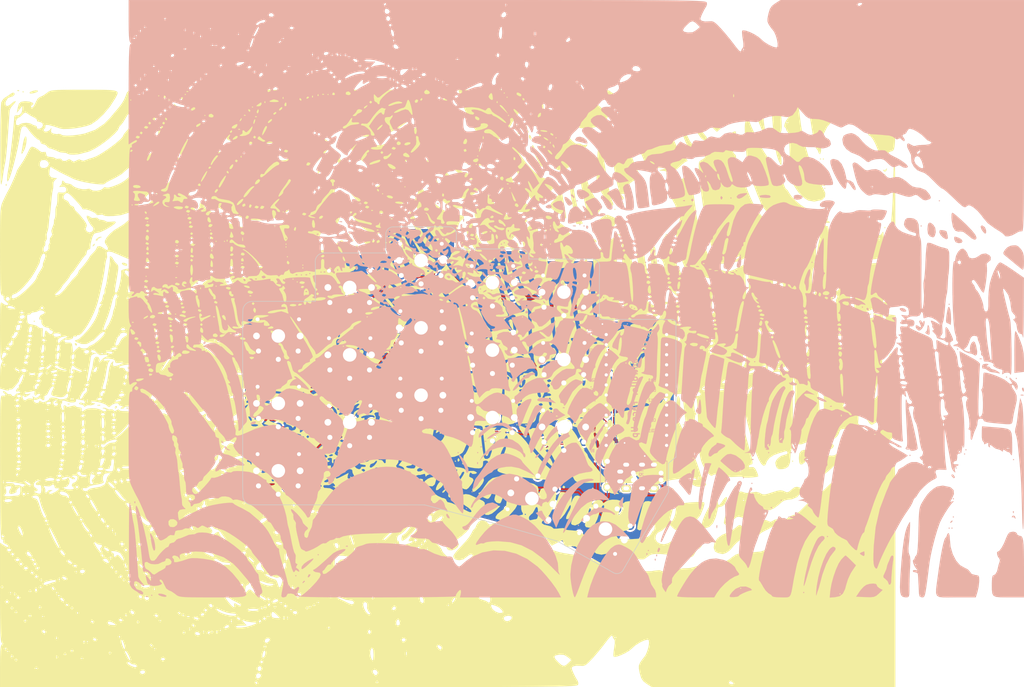
<source format=kicad_pcb>
(kicad_pcb (version 20171130) (host pcbnew "(5.1.10-1-10_14)")
  (title_block (title Ferris_Sweep_Compact) (date 2020-09-03) (rev 0.1) (company BroomLabs))
  (layers (0 F.Cu signal) (31 B.Cu signal) (34 B.Paste user) (35 F.Paste user) (36 B.SilkS user hide) (37 F.SilkS user hide) (38 B.Mask user) (39 F.Mask user) (44 Edge.Cuts user))
  (net 0 "")
  (net 1 row0)
  (net 2 row1)
  (net 3 row2)
  (net 4 row3)
  (net 5 GND)
  (net 6 VCC)
  (net 7 col0)
  (net 8 col1)
  (net 9 col2)
  (net 10 col3)
  (net 11 col4)
  (net 12 col5)
  (net 13 LED)
  (net 14 data)
  (net 15 reset)
  (net 16 SCL)
  (net 17 SDA)
  (net 18 "Net-(U1-Pad24)")
  (net 19 "Net-(J1-PadA)")
  (net 20 "Net-(U1-Pad14)")
  (net 21 "Net-(U1-Pad13)")
  (net 22 "Net-(U1-Pad12)")
  (net 23 "Net-(U1-Pad11)")
  (module Desktop:web (layer B.Cu) (at 119.1514 33.5534)
    (fp_text reference G*** hide)
    (fp_text value LOGO hide)
  )
  (module Desktop:web (layer F.Cu) (at 86.7156 55.8292)
    (fp_text reference G*** hide)
    (fp_text value LOGO hide)
  )
  (module Kailh:SW_PG1350_reversible_b2 (layer B.Cu) (at 126.5 91.48 330)
    (fp_text reference SW21 hide)
    (fp_text value SW_PUSH hide)
    (pad "" np_thru_hole circle (at -5.22 4.2 330) (size 0.9906 0.9906) (drill 0.9906) (layers *.Cu *.Mask))
    (pad 2 thru_hole circle (at 5 -3.8 330) (size 2.032 2.032) (drill 1.27) (layers *.Cu *.Mask) (net 5 GND))
    (pad "" np_thru_hole circle (at 0 0 330) (size 3.429 3.429) (drill 3.429) (layers *.Cu *.Mask))
    (pad 2 thru_hole circle (at -5 -3.8 330) (size 2.032 2.032) (drill 1.27) (layers *.Cu *.Mask) (net 5 GND))
    (pad 1 thru_hole circle (at 0 -5.9 330) (size 2.032 2.032) (drill 1.27) (layers *.Cu *.Mask) (net 22 "Net-(U1-Pad12)"))
    (pad "" np_thru_hole circle (at 5.22 4.2 330) (size 0.9906 0.9906) (drill 0.9906) (layers *.Cu *.Mask))
    (pad "" np_thru_hole circle (at 5.5 0 330) (size 1.7018 1.7018) (drill 1.7018) (layers *.Cu *.Mask))
    (pad "" np_thru_hole circle (at -5.5 0 330) (size 1.7018 1.7018) (drill 1.7018) (layers *.Cu *.Mask))
  )
  (module kbd:ProMicro_v3 (layer F.Cu) (at 134.3 56.9)
    (fp_text reference U1 hide)
    (fp_text value ProMicro hide)
    (fp_text user MicroUSB (at -0.05 -18.95) (layer F.SilkS) (effects (font (size 0.75 0.75) (thickness 0.12))))
    (fp_text user B4/8 (at 4.705 10.8 unlocked) (layer F.SilkS) (effects (font (size 0.75 0.67) (thickness 0.125))))
    (fp_text user D2/RX1 (at 4.155 -11.9 unlocked) (layer F.SilkS) (effects (font (size 0.75 0.67) (thickness 0.125))))
    (fp_text user B5/9 (at 4.705 13.3 unlocked) (layer F.SilkS) (effects (font (size 0.75 0.67) (thickness 0.125))))
    (fp_text user C6/5 (at 4.705 3.15 unlocked) (layer F.SilkS) (effects (font (size 0.75 0.67) (thickness 0.125))))
    (fp_text user SCL/D0/3 (at 3.455 -1.9 unlocked) (layer F.SilkS) (effects (font (size 0.75 0.67) (thickness 0.125))))
    (fp_text user SDA/D1/2 (at 3.455 -4.4 unlocked) (layer F.SilkS) (effects (font (size 0.75 0.67) (thickness 0.125))))
    (fp_text user D4/4 (at 4.705 0.6 unlocked) (layer F.SilkS) (effects (font (size 0.75 0.67) (thickness 0.125))))
    (fp_text user D3/TX0 (at 4.155 -14.45 unlocked) (layer F.SilkS) (effects (font (size 0.75 0.67) (thickness 0.125))))
    (fp_text user GND (at 4.955 -6.9 unlocked) (layer F.SilkS) (effects (font (size 0.75 0.67) (thickness 0.125))))
    (fp_text user GND (at 4.955 -9.35 unlocked) (layer F.SilkS) (effects (font (size 0.75 0.67) (thickness 0.125))))
    (fp_text user D7/6 (at 4.705 5.7 unlocked) (layer F.SilkS) (effects (font (size 0.75 0.67) (thickness 0.125))))
    (fp_text user E6/7 (at 4.705 8.25 unlocked) (layer F.SilkS) (effects (font (size 0.75 0.67) (thickness 0.125))))
    (fp_text user 16/B2 (at -4.395 10.95 unlocked) (layer F.SilkS) (effects (font (size 0.75 0.67) (thickness 0.125))))
    (fp_text user 10/B6 (at -4.395 13.45 unlocked) (layer F.SilkS) (effects (font (size 0.75 0.67) (thickness 0.125))))
    (fp_text user 14/B3 (at -4.395 8.4 unlocked) (layer F.SilkS) (effects (font (size 0.75 0.67) (thickness 0.125))))
    (fp_text user 15/B1 (at -4.395 5.85 unlocked) (layer F.SilkS) (effects (font (size 0.75 0.67) (thickness 0.125))))
    (fp_text user A0/F7 (at -4.395 3.3 unlocked) (layer F.SilkS) (effects (font (size 0.75 0.67) (thickness 0.125))))
    (fp_text user A1/F6 (at -4.395 0.75 unlocked) (layer F.SilkS) (effects (font (size 0.75 0.67) (thickness 0.125))))
    (fp_text user A2/F5 (at -4.395 -1.75 unlocked) (layer F.SilkS) (effects (font (size 0.75 0.67) (thickness 0.125))))
    (fp_text user A3/F4 (at -4.395 -4.25 unlocked) (layer F.SilkS) (effects (font (size 0.75 0.67) (thickness 0.125))))
    (fp_text user VCC (at 4.1275 -5.5245 unlocked) (layer B.SilkS) (effects (font (size 0.75 0.5) (thickness 0.125)) (justify mirror)))
    (fp_text user RST (at 4.191 -8.0645 unlocked) (layer B.SilkS) (effects (font (size 0.75 0.5) (thickness 0.125)) (justify mirror)))
    (fp_text user GND (at 4.1275 -10.668 unlocked) (layer B.SilkS) (effects (font (size 0.75 0.5) (thickness 0.125)) (justify mirror)))
    (fp_text user RAW (at 4.191 -13.1445 unlocked) (layer B.SilkS) (effects (font (size 0.75 0.5) (thickness 0.125)) (justify mirror)))
    (fp_text user - (at -0.545 -17.4) (layer F.SilkS) (effects (font (thickness 0.15) italic)))
    (fp_text user - (at -1.2065 -16.256) (layer B.SilkS) (effects (font (thickness 0.15) italic) (justify mirror)))
    (fp_text user LED (at -11.049 -13.1445) (layer B.SilkS) (effects (font (size 0.75 0.5) (thickness 0.125)) (justify mirror)))
    (fp_text user DATA (at -11.2 -10.5) (layer B.SilkS) (effects (font (size 0.75 0.5) (thickness 0.125)) (justify mirror)))
    (fp_text user COL3 (at 4 4.6) (layer B.SilkS) (effects (font (size 0.75 0.5) (thickness 0.125)) (justify mirror)))
    (fp_text user ROW0 (at -11.3 2.032) (layer B.SilkS) (effects (font (size 0.75 0.5) (thickness 0.125)) (justify mirror)))
    (fp_text user COL2 (at 4 2.1) (layer B.SilkS) (effects (font (size 0.75 0.5) (thickness 0.125)) (justify mirror)))
    (fp_text user SCL (at -11.049 -0.4445) (layer B.SilkS) (effects (font (size 0.75 0.5) (thickness 0.125)) (justify mirror)))
    (fp_text user COL1 (at 4 -0.4445) (layer B.SilkS) (effects (font (size 0.75 0.5) (thickness 0.125)) (justify mirror)))
    (fp_text user SDA (at -11.049 -2.9845) (layer B.SilkS) (effects (font (size 0.75 0.5) (thickness 0.125)) (justify mirror)))
    (fp_text user COL0 (at 4 -2.95) (layer B.SilkS) (effects (font (size 0.75 0.5) (thickness 0.125)) (justify mirror)))
    (fp_text user B6 (at 4.445 14.732) (layer B.SilkS) (effects (font (size 0.75 0.5) (thickness 0.125)) (justify mirror)))
    (fp_text user B5 (at -11.049 14.7955) (layer B.SilkS) (effects (font (size 0.75 0.5) (thickness 0.125)) (justify mirror)))
    (fp_text user B4 (at -11.049 12.2555) (layer B.SilkS) (effects (font (size 0.75 0.5) (thickness 0.125)) (justify mirror)))
    (fp_text user B2 (at 4.5085 12.1285) (layer B.SilkS) (effects (font (size 0.75 0.5) (thickness 0.125)) (justify mirror)))
    (fp_text user ROW3 (at -11.3 9.75) (layer B.SilkS) (effects (font (size 0.75 0.5) (thickness 0.125)) (justify mirror)))
    (fp_text user COL5 (at 4 9.75) (layer B.SilkS) (effects (font (size 0.75 0.5) (thickness 0.125)) (justify mirror)))
    (fp_text user ROW2 (at -11.3 7.239) (layer B.SilkS) (effects (font (size 0.75 0.5) (thickness 0.125)) (justify mirror)))
    (fp_text user COL4 (at 3.95 7.112) (layer B.SilkS) (effects (font (size 0.75 0.5) (thickness 0.125)) (justify mirror)))
    (fp_text user ROW1 (at -11.3 4.6355) (layer B.SilkS) (effects (font (size 0.75 0.5) (thickness 0.125)) (justify mirror)))
    (pad 1 thru_hole circle (at 7.6114 -14.478) (size 1.524 1.524) (drill 0.8128) (layers *.Cu *.Mask F.SilkS) (net 13 LED))
    (pad 2 thru_hole circle (at 7.6114 -11.938) (size 1.524 1.524) (drill 0.8128) (layers *.Cu *.Mask) (net 14 data))
    (pad 3 thru_hole circle (at 7.6114 -9.398) (size 1.524 1.524) (drill 0.8128) (layers *.Cu *.Mask) (net 5 GND))
    (pad 4 thru_hole circle (at 7.6114 -6.858) (size 1.524 1.524) (drill 0.8128) (layers *.Cu *.Mask F.SilkS) (net 5 GND))
    (pad 5 thru_hole circle (at 7.6114 -4.318) (size 1.524 1.524) (drill 0.8128) (layers *.Cu *.Mask F.SilkS) (net 17 SDA))
    (pad 6 thru_hole circle (at 7.6114 -1.778) (size 1.524 1.524) (drill 0.8128) (layers *.Cu *.Mask F.SilkS) (net 16 SCL))
    (pad 7 thru_hole circle (at 7.6114 0.762) (size 1.524 1.524) (drill 0.8128) (layers *.Cu *.Mask F.SilkS) (net 1 row0))
    (pad 8 thru_hole circle (at 7.6114 3.302) (size 1.524 1.524) (drill 0.8128) (layers *.Cu *.Mask F.SilkS) (net 2 row1))
    (pad 9 thru_hole circle (at 7.6114 5.842) (size 1.524 1.524) (drill 0.8128) (layers *.Cu *.Mask F.SilkS) (net 3 row2))
    (pad 10 thru_hole circle (at 7.6114 8.382) (size 1.524 1.524) (drill 0.8128) (layers *.Cu *.Mask F.SilkS) (net 4 row3))
    (pad 11 thru_hole circle (at 7.6114 10.922) (size 1.524 1.524) (drill 0.8128) (layers *.Cu *.Mask F.SilkS) (net 23 "Net-(U1-Pad11)"))
    (pad 12 thru_hole circle (at 7.6114 13.462) (size 1.524 1.524) (drill 0.8128) (layers *.Cu *.Mask F.SilkS) (net 22 "Net-(U1-Pad12)"))
    (pad 13 thru_hole circle (at -7.6086 13.462) (size 1.524 1.524) (drill 0.8128) (layers *.Cu *.Mask F.SilkS) (net 21 "Net-(U1-Pad13)"))
    (pad 14 thru_hole circle (at -7.6086 10.922) (size 1.524 1.524) (drill 0.8128) (layers *.Cu *.Mask F.SilkS) (net 20 "Net-(U1-Pad14)"))
    (pad 15 thru_hole circle (at -7.6086 8.382) (size 1.524 1.524) (drill 0.8128) (layers *.Cu *.Mask F.SilkS) (net 12 col5))
    (pad 16 thru_hole circle (at -7.6086 5.842) (size 1.524 1.524) (drill 0.8128) (layers *.Cu *.Mask F.SilkS) (net 11 col4))
    (pad 17 thru_hole circle (at -7.6086 3.302) (size 1.524 1.524) (drill 0.8128) (layers *.Cu *.Mask F.SilkS) (net 10 col3))
    (pad 18 thru_hole circle (at -7.6086 0.762) (size 1.524 1.524) (drill 0.8128) (layers *.Cu *.Mask F.SilkS) (net 9 col2))
    (pad 19 thru_hole circle (at -7.6086 -1.778) (size 1.524 1.524) (drill 0.8128) (layers *.Cu *.Mask F.SilkS) (net 8 col1))
    (pad 20 thru_hole circle (at -7.6086 -4.318) (size 1.524 1.524) (drill 0.8128) (layers *.Cu *.Mask F.SilkS) (net 7 col0))
    (pad 21 thru_hole circle (at -7.6086 -6.858) (size 1.524 1.524) (drill 0.8128) (layers *.Cu *.Mask F.SilkS) (net 6 VCC))
    (pad 22 thru_hole circle (at -7.6086 -9.398) (size 1.524 1.524) (drill 0.8128) (layers *.Cu *.Mask F.SilkS) (net 15 reset))
    (pad 23 thru_hole circle (at -7.6086 -11.938) (size 1.524 1.524) (drill 0.8128) (layers *.Cu *.Mask F.SilkS) (net 5 GND))
    (pad 24 thru_hole circle (at -7.6086 -14.478) (size 1.524 1.524) (drill 0.8128) (layers *.Cu *.Mask F.SilkS) (net 18 "Net-(U1-Pad24)"))
  )
  (module Kailh:SW_PG1350_reversible_b2 (layer F.Cu) (at 80 40.72)
    (fp_text reference SW10 hide)
    (fp_text value SW_PUSH hide)
    (pad "" np_thru_hole circle (at -5.22 -4.2) (size 0.9906 0.9906) (drill 0.9906) (layers *.Cu *.Mask))
    (pad 2 thru_hole circle (at 5 3.8) (size 2.032 2.032) (drill 1.27) (layers *.Cu *.Mask) (net 5 GND))
    (pad "" np_thru_hole circle (at 0 0) (size 3.429 3.429) (drill 3.429) (layers *.Cu *.Mask))
    (pad 2 thru_hole circle (at -5 3.8) (size 2.032 2.032) (drill 1.27) (layers *.Cu *.Mask) (net 5 GND))
    (pad 1 thru_hole circle (at 0 5.9) (size 2.032 2.032) (drill 1.27) (layers *.Cu *.Mask) (net 20 "Net-(U1-Pad14)"))
    (pad "" np_thru_hole circle (at 5.22 -4.2) (size 0.9906 0.9906) (drill 0.9906) (layers *.Cu *.Mask))
    (pad "" np_thru_hole circle (at 5.5 0) (size 1.7018 1.7018) (drill 1.7018) (layers *.Cu *.Mask))
    (pad "" np_thru_hole circle (at -5.5 0) (size 1.7018 1.7018) (drill 1.7018) (layers *.Cu *.Mask))
  )
  (module Kailh:SW_PG1350_reversible_b2 (layer F.Cu) (at 44 42.77)
    (fp_text reference SW2 hide)
    (fp_text value SW_PUSH hide)
    (pad "" np_thru_hole circle (at -5.22 -4.2) (size 0.9906 0.9906) (drill 0.9906) (layers *.Cu *.Mask))
    (pad 2 thru_hole circle (at 5 3.8) (size 2.032 2.032) (drill 1.27) (layers *.Cu *.Mask) (net 5 GND))
    (pad "" np_thru_hole circle (at 0 0) (size 3.429 3.429) (drill 3.429) (layers *.Cu *.Mask))
    (pad 2 thru_hole circle (at -5 3.8) (size 2.032 2.032) (drill 1.27) (layers *.Cu *.Mask) (net 5 GND))
    (pad 1 thru_hole circle (at 0 5.9) (size 2.032 2.032) (drill 1.27) (layers *.Cu *.Mask) (net 4 row3))
    (pad "" np_thru_hole circle (at 5.22 -4.2) (size 0.9906 0.9906) (drill 0.9906) (layers *.Cu *.Mask))
    (pad "" np_thru_hole circle (at 5.5 0) (size 1.7018 1.7018) (drill 1.7018) (layers *.Cu *.Mask))
    (pad "" np_thru_hole circle (at -5.5 0) (size 1.7018 1.7018) (drill 1.7018) (layers *.Cu *.Mask))
  )
  (module Kailh:SW_PG1350_reversible_b2 (layer F.Cu) (at 62 30.54)
    (fp_text reference SW3 hide)
    (fp_text value SW_PUSH hide)
    (pad "" np_thru_hole circle (at -5.22 -4.2) (size 0.9906 0.9906) (drill 0.9906) (layers *.Cu *.Mask))
    (pad 2 thru_hole circle (at 5 3.8) (size 2.032 2.032) (drill 1.27) (layers *.Cu *.Mask) (net 5 GND))
    (pad "" np_thru_hole circle (at 0 0) (size 3.429 3.429) (drill 3.429) (layers *.Cu *.Mask))
    (pad 2 thru_hole circle (at -5 3.8) (size 2.032 2.032) (drill 1.27) (layers *.Cu *.Mask) (net 5 GND))
    (pad 1 thru_hole circle (at 0 5.9) (size 2.032 2.032) (drill 1.27) (layers *.Cu *.Mask) (net 10 col3))
    (pad "" np_thru_hole circle (at 5.22 -4.2) (size 0.9906 0.9906) (drill 0.9906) (layers *.Cu *.Mask))
    (pad "" np_thru_hole circle (at 5.5 0) (size 1.7018 1.7018) (drill 1.7018) (layers *.Cu *.Mask))
    (pad "" np_thru_hole circle (at -5.5 0) (size 1.7018 1.7018) (drill 1.7018) (layers *.Cu *.Mask))
  )
  (module Kailh:SW_PG1350_reversible_b2 (layer F.Cu) (at 80 23.73)
    (fp_text reference SW4 hide)
    (fp_text value SW_PUSH hide)
    (pad "" np_thru_hole circle (at -5.22 -4.2) (size 0.9906 0.9906) (drill 0.9906) (layers *.Cu *.Mask))
    (pad 2 thru_hole circle (at 5 3.8) (size 2.032 2.032) (drill 1.27) (layers *.Cu *.Mask) (net 5 GND))
    (pad "" np_thru_hole circle (at 0 0) (size 3.429 3.429) (drill 3.429) (layers *.Cu *.Mask))
    (pad 2 thru_hole circle (at -5 3.8) (size 2.032 2.032) (drill 1.27) (layers *.Cu *.Mask) (net 5 GND))
    (pad 1 thru_hole circle (at 0 5.9) (size 2.032 2.032) (drill 1.27) (layers *.Cu *.Mask) (net 9 col2))
    (pad "" np_thru_hole circle (at 5.22 -4.2) (size 0.9906 0.9906) (drill 0.9906) (layers *.Cu *.Mask))
    (pad "" np_thru_hole circle (at 5.5 0) (size 1.7018 1.7018) (drill 1.7018) (layers *.Cu *.Mask))
    (pad "" np_thru_hole circle (at -5.5 0) (size 1.7018 1.7018) (drill 1.7018) (layers *.Cu *.Mask))
  )
  (module Kailh:SW_PG1350_reversible_b2 (layer F.Cu) (at 98 29.34)
    (fp_text reference SW5 hide)
    (fp_text value SW_PUSH hide)
    (pad "" np_thru_hole circle (at -5.22 -4.2) (size 0.9906 0.9906) (drill 0.9906) (layers *.Cu *.Mask))
    (pad 2 thru_hole circle (at 5 3.8) (size 2.032 2.032) (drill 1.27) (layers *.Cu *.Mask) (net 5 GND))
    (pad "" np_thru_hole circle (at 0 0) (size 3.429 3.429) (drill 3.429) (layers *.Cu *.Mask))
    (pad 2 thru_hole circle (at -5 3.8) (size 2.032 2.032) (drill 1.27) (layers *.Cu *.Mask) (net 5 GND))
    (pad 1 thru_hole circle (at 0 5.9) (size 2.032 2.032) (drill 1.27) (layers *.Cu *.Mask) (net 8 col1))
    (pad "" np_thru_hole circle (at 5.22 -4.2) (size 0.9906 0.9906) (drill 0.9906) (layers *.Cu *.Mask))
    (pad "" np_thru_hole circle (at 5.5 0) (size 1.7018 1.7018) (drill 1.7018) (layers *.Cu *.Mask))
    (pad "" np_thru_hole circle (at -5.5 0) (size 1.7018 1.7018) (drill 1.7018) (layers *.Cu *.Mask))
  )
  (module Kailh:SW_PG1350_reversible_b2 (layer F.Cu) (at 116 31.72)
    (fp_text reference SW6 hide)
    (fp_text value SW_PUSH hide)
    (pad "" np_thru_hole circle (at -5.22 -4.2) (size 0.9906 0.9906) (drill 0.9906) (layers *.Cu *.Mask))
    (pad 2 thru_hole circle (at 5 3.8) (size 2.032 2.032) (drill 1.27) (layers *.Cu *.Mask) (net 5 GND))
    (pad "" np_thru_hole circle (at 0 0) (size 3.429 3.429) (drill 3.429) (layers *.Cu *.Mask))
    (pad 2 thru_hole circle (at -5 3.8) (size 2.032 2.032) (drill 1.27) (layers *.Cu *.Mask) (net 5 GND))
    (pad 1 thru_hole circle (at 0 5.9) (size 2.032 2.032) (drill 1.27) (layers *.Cu *.Mask) (net 7 col0))
    (pad "" np_thru_hole circle (at 5.22 -4.2) (size 0.9906 0.9906) (drill 0.9906) (layers *.Cu *.Mask))
    (pad "" np_thru_hole circle (at 5.5 0) (size 1.7018 1.7018) (drill 1.7018) (layers *.Cu *.Mask))
    (pad "" np_thru_hole circle (at -5.5 0) (size 1.7018 1.7018) (drill 1.7018) (layers *.Cu *.Mask))
  )
  (module Kailh:SW_PG1350_reversible_b2 (layer F.Cu) (at 44 59.77)
    (fp_text reference SW8 hide)
    (fp_text value SW_PUSH hide)
    (pad "" np_thru_hole circle (at -5.22 -4.2) (size 0.9906 0.9906) (drill 0.9906) (layers *.Cu *.Mask))
    (pad 2 thru_hole circle (at 5 3.8) (size 2.032 2.032) (drill 1.27) (layers *.Cu *.Mask) (net 5 GND))
    (pad "" np_thru_hole circle (at 0 0) (size 3.429 3.429) (drill 3.429) (layers *.Cu *.Mask))
    (pad 2 thru_hole circle (at -5 3.8) (size 2.032 2.032) (drill 1.27) (layers *.Cu *.Mask) (net 5 GND))
    (pad 1 thru_hole circle (at 0 5.9) (size 2.032 2.032) (drill 1.27) (layers *.Cu *.Mask) (net 11 col4))
    (pad "" np_thru_hole circle (at 5.22 -4.2) (size 0.9906 0.9906) (drill 0.9906) (layers *.Cu *.Mask))
    (pad "" np_thru_hole circle (at 5.5 0) (size 1.7018 1.7018) (drill 1.7018) (layers *.Cu *.Mask))
    (pad "" np_thru_hole circle (at -5.5 0) (size 1.7018 1.7018) (drill 1.7018) (layers *.Cu *.Mask))
  )
  (module Kailh:SW_PG1350_reversible_b2 (layer F.Cu) (at 62 47.54)
    (fp_text reference SW9 hide)
    (fp_text value SW_PUSH hide)
    (pad "" np_thru_hole circle (at -5.22 -4.2) (size 0.9906 0.9906) (drill 0.9906) (layers *.Cu *.Mask))
    (pad 2 thru_hole circle (at 5 3.8) (size 2.032 2.032) (drill 1.27) (layers *.Cu *.Mask) (net 5 GND))
    (pad "" np_thru_hole circle (at 0 0) (size 3.429 3.429) (drill 3.429) (layers *.Cu *.Mask))
    (pad 2 thru_hole circle (at -5 3.8) (size 2.032 2.032) (drill 1.27) (layers *.Cu *.Mask) (net 5 GND))
    (pad 1 thru_hole circle (at 0 5.9) (size 2.032 2.032) (drill 1.27) (layers *.Cu *.Mask) (net 12 col5))
    (pad "" np_thru_hole circle (at 5.22 -4.2) (size 0.9906 0.9906) (drill 0.9906) (layers *.Cu *.Mask))
    (pad "" np_thru_hole circle (at 5.5 0) (size 1.7018 1.7018) (drill 1.7018) (layers *.Cu *.Mask))
    (pad "" np_thru_hole circle (at -5.5 0) (size 1.7018 1.7018) (drill 1.7018) (layers *.Cu *.Mask))
  )
  (module Kailh:SW_PG1350_reversible_b2 (layer F.Cu) (at 98 46.34)
    (fp_text reference SW11 hide)
    (fp_text value SW_PUSH hide)
    (pad "" np_thru_hole circle (at -5.22 -4.2) (size 0.9906 0.9906) (drill 0.9906) (layers *.Cu *.Mask))
    (pad 2 thru_hole circle (at 5 3.8) (size 2.032 2.032) (drill 1.27) (layers *.Cu *.Mask) (net 5 GND))
    (pad "" np_thru_hole circle (at 0 0) (size 3.429 3.429) (drill 3.429) (layers *.Cu *.Mask))
    (pad 2 thru_hole circle (at -5 3.8) (size 2.032 2.032) (drill 1.27) (layers *.Cu *.Mask) (net 5 GND))
    (pad 1 thru_hole circle (at 0 5.9) (size 2.032 2.032) (drill 1.27) (layers *.Cu *.Mask) (net 21 "Net-(U1-Pad13)"))
    (pad "" np_thru_hole circle (at 5.22 -4.2) (size 0.9906 0.9906) (drill 0.9906) (layers *.Cu *.Mask))
    (pad "" np_thru_hole circle (at 5.5 0) (size 1.7018 1.7018) (drill 1.7018) (layers *.Cu *.Mask))
    (pad "" np_thru_hole circle (at -5.5 0) (size 1.7018 1.7018) (drill 1.7018) (layers *.Cu *.Mask))
  )
  (module Kailh:SW_PG1350_reversible_b2 (layer F.Cu) (at 116 48.72)
    (fp_text reference SW12 hide)
    (fp_text value SW_PUSH hide)
    (pad "" np_thru_hole circle (at -5.22 -4.2) (size 0.9906 0.9906) (drill 0.9906) (layers *.Cu *.Mask))
    (pad 2 thru_hole circle (at 5 3.8) (size 2.032 2.032) (drill 1.27) (layers *.Cu *.Mask) (net 5 GND))
    (pad "" np_thru_hole circle (at 0 0) (size 3.429 3.429) (drill 3.429) (layers *.Cu *.Mask))
    (pad 2 thru_hole circle (at -5 3.8) (size 2.032 2.032) (drill 1.27) (layers *.Cu *.Mask) (net 5 GND))
    (pad 1 thru_hole circle (at 0 5.9) (size 2.032 2.032) (drill 1.27) (layers *.Cu *.Mask) (net 13 LED))
    (pad "" np_thru_hole circle (at 5.22 -4.2) (size 0.9906 0.9906) (drill 0.9906) (layers *.Cu *.Mask))
    (pad "" np_thru_hole circle (at 5.5 0) (size 1.7018 1.7018) (drill 1.7018) (layers *.Cu *.Mask))
    (pad "" np_thru_hole circle (at -5.5 0) (size 1.7018 1.7018) (drill 1.7018) (layers *.Cu *.Mask))
  )
  (module Kailh:SW_PG1350_reversible_b2 (layer F.Cu) (at 62 64.545)
    (fp_text reference SW15 hide)
    (fp_text value SW_PUSH hide)
    (pad "" np_thru_hole circle (at -5.22 -4.2) (size 0.9906 0.9906) (drill 0.9906) (layers *.Cu *.Mask))
    (pad 2 thru_hole circle (at 5 3.8) (size 2.032 2.032) (drill 1.27) (layers *.Cu *.Mask) (net 5 GND))
    (pad "" np_thru_hole circle (at 0 0) (size 3.429 3.429) (drill 3.429) (layers *.Cu *.Mask))
    (pad 2 thru_hole circle (at -5 3.8) (size 2.032 2.032) (drill 1.27) (layers *.Cu *.Mask) (net 5 GND))
    (pad 1 thru_hole circle (at 0 5.9) (size 2.032 2.032) (drill 1.27) (layers *.Cu *.Mask) (net 16 SCL))
    (pad "" np_thru_hole circle (at 5.22 -4.2) (size 0.9906 0.9906) (drill 0.9906) (layers *.Cu *.Mask))
    (pad "" np_thru_hole circle (at 5.5 0) (size 1.7018 1.7018) (drill 1.7018) (layers *.Cu *.Mask))
    (pad "" np_thru_hole circle (at -5.5 0) (size 1.7018 1.7018) (drill 1.7018) (layers *.Cu *.Mask))
  )
  (module Kailh:SW_PG1350_reversible_b2 (layer F.Cu) (at 80 57.72)
    (fp_text reference SW16 hide)
    (fp_text value SW_PUSH hide)
    (pad "" np_thru_hole circle (at -5.22 -4.2) (size 0.9906 0.9906) (drill 0.9906) (layers *.Cu *.Mask))
    (pad 2 thru_hole circle (at 5 3.8) (size 2.032 2.032) (drill 1.27) (layers *.Cu *.Mask) (net 5 GND))
    (pad "" np_thru_hole circle (at 0 0) (size 3.429 3.429) (drill 3.429) (layers *.Cu *.Mask))
    (pad 2 thru_hole circle (at -5 3.8) (size 2.032 2.032) (drill 1.27) (layers *.Cu *.Mask) (net 5 GND))
    (pad 1 thru_hole circle (at 0 5.9) (size 2.032 2.032) (drill 1.27) (layers *.Cu *.Mask) (net 1 row0))
    (pad "" np_thru_hole circle (at 5.22 -4.2) (size 0.9906 0.9906) (drill 0.9906) (layers *.Cu *.Mask))
    (pad "" np_thru_hole circle (at 5.5 0) (size 1.7018 1.7018) (drill 1.7018) (layers *.Cu *.Mask))
    (pad "" np_thru_hole circle (at -5.5 0) (size 1.7018 1.7018) (drill 1.7018) (layers *.Cu *.Mask))
  )
  (module Kailh:SW_PG1350_reversible_b2 (layer F.Cu) (at 98 63.345)
    (fp_text reference SW17 hide)
    (fp_text value SW_PUSH hide)
    (pad "" np_thru_hole circle (at -5.22 -4.2) (size 0.9906 0.9906) (drill 0.9906) (layers *.Cu *.Mask))
    (pad 2 thru_hole circle (at 5 3.8) (size 2.032 2.032) (drill 1.27) (layers *.Cu *.Mask) (net 5 GND))
    (pad "" np_thru_hole circle (at 0 0) (size 3.429 3.429) (drill 3.429) (layers *.Cu *.Mask))
    (pad 2 thru_hole circle (at -5 3.8) (size 2.032 2.032) (drill 1.27) (layers *.Cu *.Mask) (net 5 GND))
    (pad 1 thru_hole circle (at 0 5.9) (size 2.032 2.032) (drill 1.27) (layers *.Cu *.Mask) (net 2 row1))
    (pad "" np_thru_hole circle (at 5.22 -4.2) (size 0.9906 0.9906) (drill 0.9906) (layers *.Cu *.Mask))
    (pad "" np_thru_hole circle (at 5.5 0) (size 1.7018 1.7018) (drill 1.7018) (layers *.Cu *.Mask))
    (pad "" np_thru_hole circle (at -5.5 0) (size 1.7018 1.7018) (drill 1.7018) (layers *.Cu *.Mask))
  )
  (module Kailh:SW_PG1350_reversible_b2 (layer F.Cu) (at 116 65.72)
    (fp_text reference SW18 hide)
    (fp_text value SW_PUSH hide)
    (pad "" np_thru_hole circle (at -5.22 -4.2) (size 0.9906 0.9906) (drill 0.9906) (layers *.Cu *.Mask))
    (pad 2 thru_hole circle (at 5 3.8) (size 2.032 2.032) (drill 1.27) (layers *.Cu *.Mask) (net 5 GND))
    (pad "" np_thru_hole circle (at 0 0) (size 3.429 3.429) (drill 3.429) (layers *.Cu *.Mask))
    (pad 2 thru_hole circle (at -5 3.8) (size 2.032 2.032) (drill 1.27) (layers *.Cu *.Mask) (net 5 GND))
    (pad 1 thru_hole circle (at 0 5.9) (size 2.032 2.032) (drill 1.27) (layers *.Cu *.Mask) (net 3 row2))
    (pad "" np_thru_hole circle (at 5.22 -4.2) (size 0.9906 0.9906) (drill 0.9906) (layers *.Cu *.Mask))
    (pad "" np_thru_hole circle (at 5.5 0) (size 1.7018 1.7018) (drill 1.7018) (layers *.Cu *.Mask))
    (pad "" np_thru_hole circle (at -5.5 0) (size 1.7018 1.7018) (drill 1.7018) (layers *.Cu *.Mask))
  )
  (module Kailh:SW_PG1350_reversible_b2 (layer B.Cu) (at 107.94 83.77 345)
    (fp_text reference SW20 hide)
    (fp_text value SW_PUSH hide)
    (pad "" np_thru_hole circle (at -5.22 4.2 345) (size 0.9906 0.9906) (drill 0.9906) (layers *.Cu *.Mask))
    (pad 2 thru_hole circle (at 5 -3.8 345) (size 2.032 2.032) (drill 1.27) (layers *.Cu *.Mask) (net 5 GND))
    (pad "" np_thru_hole circle (at 0 0 345) (size 3.429 3.429) (drill 3.429) (layers *.Cu *.Mask))
    (pad 2 thru_hole circle (at -5 -3.8 345) (size 2.032 2.032) (drill 1.27) (layers *.Cu *.Mask) (net 5 GND))
    (pad 1 thru_hole circle (at 0 -5.9 345) (size 2.032 2.032) (drill 1.27) (layers *.Cu *.Mask) (net 23 "Net-(U1-Pad11)"))
    (pad "" np_thru_hole circle (at 5.22 4.2 345) (size 0.9906 0.9906) (drill 0.9906) (layers *.Cu *.Mask))
    (pad "" np_thru_hole circle (at 5.5 0 345) (size 1.7018 1.7018) (drill 1.7018) (layers *.Cu *.Mask))
    (pad "" np_thru_hole circle (at -5.5 0 345) (size 1.7018 1.7018) (drill 1.7018) (layers *.Cu *.Mask))
  )
  (module Kailh:SW_PG1350_reversible_b2 (layer F.Cu) (at 44 76.775)
    (fp_text reference SW14 hide)
    (fp_text value SW_PUSH hide)
    (pad "" np_thru_hole circle (at -5.22 -4.2) (size 0.9906 0.9906) (drill 0.9906) (layers *.Cu *.Mask))
    (pad 2 thru_hole circle (at 5 3.8) (size 2.032 2.032) (drill 1.27) (layers *.Cu *.Mask) (net 5 GND))
    (pad "" np_thru_hole circle (at 0 0) (size 3.429 3.429) (drill 3.429) (layers *.Cu *.Mask))
    (pad 2 thru_hole circle (at -5 3.8) (size 2.032 2.032) (drill 1.27) (layers *.Cu *.Mask) (net 5 GND))
    (pad 1 thru_hole circle (at 0 5.9) (size 2.032 2.032) (drill 1.27) (layers *.Cu *.Mask) (net 17 SDA))
    (pad "" np_thru_hole circle (at 5.22 -4.2) (size 0.9906 0.9906) (drill 0.9906) (layers *.Cu *.Mask))
    (pad "" np_thru_hole circle (at 5.5 0) (size 1.7018 1.7018) (drill 1.7018) (layers *.Cu *.Mask))
    (pad "" np_thru_hole circle (at -5.5 0) (size 1.7018 1.7018) (drill 1.7018) (layers *.Cu *.Mask))
  )
  (module foostan:ResetSW (layer F.Cu) (at 126.97 77.64 90)
    (fp_text reference RSW1 hide)
    (fp_text value Val**)
    (fp_text user RESET (at 0.127 0 90) (layer B.SilkS) (effects (justify mirror)))
    (fp_text user RESET (at -0.23 0.12 90) (layer F.SilkS))
    (pad 1 thru_hole circle (at 3.25 0 90) (size 2 2) (drill 1.3) (layers *.Cu *.Mask F.SilkS) (net 15 reset))
    (pad 2 thru_hole circle (at -3.25 0 90) (size 2 2) (drill 1.3) (layers *.Cu *.Mask F.SilkS) (net 5 GND))
  )
  (module kbd:MJ-4PP-9 (layer F.Cu) (at 142.02 79.08 270)
    (fp_text reference J1)
    (fp_text value MJ-4PP-9 hide)
    (fp_text user TRRS (at -0.8255 6.4135 90) (layer B.SilkS) (effects (justify mirror)))
    (fp_text user TRRS (at -0.75 6.45 270) (layer F.SilkS))
    (pad "" np_thru_hole circle (at -1.75 8.5 270) (size 1.2 1.2) (drill 1.2) (layers *.Cu *.Mask F.SilkS))
    (pad "" np_thru_hole circle (at -1.75 1.5 270) (size 1.2 1.2) (drill 1.2) (layers *.Cu *.Mask F.SilkS))
    (pad D thru_hole oval (at -3.85 10.3 270) (size 1.7 2.5) (drill oval 1 1.5) (layers *.Cu *.Mask F.SilkS) (net 6 VCC) (clearance 0.15))
    (pad A thru_hole oval (at 0.35 11.8 270) (size 1.7 2.5) (drill oval 1 1.5) (layers *.Cu *.Mask F.SilkS) (net 19 "Net-(J1-PadA)") (clearance 0.15))
    (pad B thru_hole oval (at -3.85 3.3 270) (size 1.7 2.5) (drill oval 1 1.5) (layers *.Cu *.Mask F.SilkS) (net 14 data))
    (pad C thru_hole oval (at -3.85 6.3 270) (size 1.7 2.5) (drill oval 1 1.5) (layers *.Cu *.Mask F.SilkS) (net 5 GND))
    (pad "" np_thru_hole circle (at 0 1.5 270) (size 1.2 1.2) (drill 1.2) (layers *.Cu *.Mask F.SilkS))
    (pad "" np_thru_hole circle (at 0 8.5 270) (size 1.2 1.2) (drill 1.2) (layers *.Cu *.Mask F.SilkS))
    (pad B thru_hole oval (at 2.1 3.3 270) (size 1.7 2.5) (drill oval 1 1.5) (layers *.Cu *.Mask F.SilkS) (net 14 data))
    (pad C thru_hole oval (at 2.1 6.3 270) (size 1.7 2.5) (drill oval 1 1.5) (layers *.Cu *.Mask F.SilkS) (net 5 GND))
    (pad D thru_hole oval (at 2.1 10.3 270) (size 1.7 2.5) (drill oval 1 1.5) (layers *.Cu *.Mask F.SilkS) (net 6 VCC) (clearance 0.15))
    (pad A thru_hole oval (at -2.1 11.8 270) (size 1.7 2.5) (drill oval 1 1.5) (layers *.Cu *.Mask F.SilkS) (net 19 "Net-(J1-PadA)") (clearance 0.15))
  )
  (gr_line (start 123.1646 23.368) (end 122.1486 23.368) (layer Edge.Cuts) (width 0.15))
  (gr_line (start 125.005479 25.086368) (end 124.968 27.2034) (layer Edge.Cuts) (width 0.15))
  (gr_line (start 142.4178 74.8284) (end 142.3924 82.0928) (layer Edge.Cuts) (width 0.15))
  (gr_line (start 142.4178 74.8284) (end 144.272 73.3044) (layer Edge.Cuts) (width 0.15))
  (gr_line (start 35.0266 37.6936) (end 35.054813 36.594183) (layer Edge.Cuts) (width 0.15))
  (gr_line (start 97.1296 89.662) (end 80.899 85.3694) (layer Edge.Cuts) (width 0.15))
  (gr_line (start 35.0266 80.899) (end 35.052 82.9564) (layer Edge.Cuts) (width 0.15))
  (gr_line (start 37.469376 85.342826) (end 39.0652 85.344) (layer Edge.Cuts) (width 0.15))
  (gr_arc (start 37.3634 83.0326) (end 35.052 82.9564) (angle -94.51464328) (layer Edge.Cuts) (width 0.15))
  (gr_line (start 37.5158 34.036) (end 38.862 34.036) (layer Edge.Cuts) (width 0.15))
  (gr_arc (start 37.490401 36.474399) (end 37.5158 34.036) (angle -93.41236614) (layer Edge.Cuts) (width 0.15))
  (gr_line (start 55.6006 21.844) (end 57.9628 21.844) (layer Edge.Cuts) (width 0.15))
  (gr_line (start 53.34 25.527) (end 53.312529 23.918251) (layer Edge.Cuts) (width 0.15))
  (gr_arc (start 55.473599 24.002999) (end 55.6006 21.844) (angle -91.12074195) (layer Edge.Cuts) (width 0.15))
  (gr_line (start 71.120493 17.044786) (end 71.0946 18.4912) (layer Edge.Cuts) (width 0.15))
  (gr_line (start 72.9742 15.2654) (end 75.0062 15.24) (layer Edge.Cuts) (width 0.15))
  (gr_arc (start 72.948801 17.094199) (end 72.9742 15.2654) (angle -89.24756585) (layer Edge.Cuts) (width 0.15))
  (gr_line (start 85.1408 15.24) (end 87.0458 15.24) (layer Edge.Cuts) (width 0.15))
  (gr_line (start 88.9 18.1864) (end 88.922598 17.169656) (layer Edge.Cuts) (width 0.15))
  (gr_arc (start 86.992198 17.169656) (end 88.922598 17.169656) (angle -88.40885973) (layer Edge.Cuts) (width 0.15))
  (gr_line (start 103.7336 20.828) (end 105.2068 20.828) (layer Edge.Cuts) (width 0.15))
  (gr_line (start 107.188 23.368) (end 107.187471 22.650483) (layer Edge.Cuts) (width 0.15))
  (gr_arc (start 105.358672 22.650482) (end 107.187471 22.650483) (angle -94.76362619) (layer Edge.Cuts) (width 0.15))
  (gr_arc (start 123.23676 25.135942) (end 125.005479 25.086368) (angle -90.73181044) (layer Edge.Cuts) (width 0.15))
  (gr_line (start 142.0368 38.5826) (end 143.165039 38.600668) (layer Edge.Cuts) (width 0.15))
  (gr_line (start 144.272 40.4368) (end 144.272 39.4716) (layer Edge.Cuts) (width 0.15))
  (gr_arc (start 143.256001 39.623999) (end 144.272 39.4716) (angle -86.54884225) (layer Edge.Cuts) (width 0.15))
  (gr_line (start 128.5494 102.489) (end 127 101.6) (layer Edge.Cuts) (width 0.15))
  (gr_line (start 131.445 100.9396) (end 130.933006 101.824182) (layer Edge.Cuts) (width 0.15))
  (gr_arc (start 129.3876 100.8888) (end 128.5494 102.489) (angle -86.4608736) (layer Edge.Cuts) (width 0.15))
  (gr_line (start 53.34 34.036) (end 38.862 34.036) (layer Edge.Cuts) (width 0.15))
  (gr_line (start 53.34 25.527) (end 53.34 34.036) (layer Edge.Cuts) (width 0.15))
  (gr_line (start 35.0266 37.6936) (end 35.0266 80.899) (layer Edge.Cuts) (width 0.15))
  (gr_line (start 71.12 21.844) (end 57.9628 21.844) (layer Edge.Cuts) (width 0.15))
  (gr_line (start 71.0946 18.4912) (end 71.12 21.844) (layer Edge.Cuts) (width 0.15))
  (gr_line (start 85.1408 15.24) (end 75.0062 15.24) (layer Edge.Cuts) (width 0.15))
  (gr_line (start 88.9 20.828) (end 88.9 18.1864) (layer Edge.Cuts) (width 0.15))
  (gr_line (start 103.7336 20.828) (end 88.9 20.828) (layer Edge.Cuts) (width 0.15))
  (gr_line (start 122.1486 23.368) (end 107.188 23.368) (layer Edge.Cuts) (width 0.15))
  (gr_line (start 124.968 38.608) (end 124.968 27.2034) (layer Edge.Cuts) (width 0.15))
  (gr_line (start 142.0368 38.5826) (end 124.968 38.608) (layer Edge.Cuts) (width 0.15))
  (gr_line (start 144.272 73.3044) (end 144.272 40.4368) (layer Edge.Cuts) (width 0.15))
  (gr_line (start 131.445 100.9396) (end 142.3924 82.0928) (layer Edge.Cuts) (width 0.15))
  (gr_line (start 114.3 94.488) (end 127 101.6) (layer Edge.Cuts) (width 0.15))
  (gr_line (start 97.1296 89.662) (end 114.3 94.488) (layer Edge.Cuts) (width 0.15))
  (gr_line (start 39.0652 85.344) (end 80.899 85.3694) (layer Edge.Cuts) (width 0.15))
  (gr_text "Controller Face Up" (at 133.858 57.658 90) (layer B.SilkS) (effects (font (size 1.5 1.5) (thickness 0.3)) (justify mirror)))
  (gr_text "Controller Face Down" (at 133.858 56.388 90) (layer F.SilkS) (effects (font (size 1.5 1.5) (thickness 0.3))))
  (segment (start 124.563589 72.5) (end 127.86359 72.5) (width 0.25) (layer F.Cu) (net 1))
  (segment (start 121.01559 73.050022) (end 124.013567 73.050022) (width 0.25) (layer F.Cu) (net 1))
  (segment (start 135.7364 71.400011) (end 138.599982 68.536429) (width 0.25) (layer F.Cu) (net 1))
  (segment (start 117.57827 69.612702) (end 121.01559 73.050022) (width 0.25) (layer F.Cu) (net 1))
  (segment (start 80 63.62) (end 81.90518 63.62) (width 0.25) (layer F.Cu) (net 1))
  (segment (start 94.73918 65.786) (end 96.741861 67.788681) (width 0.25) (layer F.Cu) (net 1))
  (segment (start 128.963579 71.400011) (end 135.7364 71.400011) (width 0.25) (layer F.Cu) (net 1))
  (segment (start 83.48398 65.1988) (end 83.483981 65.360019) (width 0.25) (layer F.Cu) (net 1))
  (segment (start 138.599982 68.536429) (end 138.599982 60.973418) (width 0.25) (layer F.Cu) (net 1))
  (segment (start 107.082235 70.228989) (end 108.987233 72.133987) (width 0.25) (layer F.Cu) (net 1))
  (segment (start 83.483981 65.360019) (end 83.909962 65.786) (width 0.25) (layer F.Cu) (net 1))
  (segment (start 127.86359 72.5) (end 128.963579 71.400011) (width 0.25) (layer F.Cu) (net 1))
  (segment (start 83.909962 65.786) (end 94.73918 65.786) (width 0.25) (layer F.Cu) (net 1))
  (segment (start 101.475011 70.228989) (end 107.082235 70.228989) (width 0.25) (layer F.Cu) (net 1))
  (segment (start 124.013567 73.050022) (end 124.563589 72.5) (width 0.25) (layer F.Cu) (net 1))
  (segment (start 111.643515 72.133987) (end 114.1648 69.612702) (width 0.25) (layer F.Cu) (net 1))
  (segment (start 96.741861 67.788681) (end 99.034703 67.788681) (width 0.25) (layer F.Cu) (net 1))
  (segment (start 99.034703 67.788681) (end 101.475011 70.228989) (width 0.25) (layer F.Cu) (net 1))
  (segment (start 138.599982 60.973418) (end 141.9114 57.662) (width 0.25) (layer F.Cu) (net 1))
  (segment (start 108.987233 72.133987) (end 111.643515 72.133987) (width 0.25) (layer F.Cu) (net 1))
  (segment (start 81.90518 63.62) (end 83.48398 65.1988) (width 0.25) (layer F.Cu) (net 1))
  (segment (start 114.1648 69.612702) (end 117.57827 69.612702) (width 0.25) (layer F.Cu) (net 1))
  (segment (start 100.076 69.85) (end 100.459612 69.85) (width 0.25) (layer F.Cu) (net 2))
  (segment (start 98 69.400011) (end 98.155011 69.400011) (width 0.25) (layer F.Cu) (net 2))
  (segment (start 98.605 69.85) (end 98 69.245) (width 0.25) (layer F.Cu) (net 2))
  (segment (start 100.459612 69.85) (end 98.605 69.85) (width 0.25) (layer F.Cu) (net 2))
  (segment (start 129.149979 71.850022) (end 136.127158 71.850022) (width 0.25) (layer F.Cu) (net 2))
  (segment (start 128.04999 72.950011) (end 129.149979 71.850022) (width 0.25) (layer F.Cu) (net 2))
  (segment (start 100.459612 69.85) (end 101.288611 70.678999) (width 0.25) (layer F.Cu) (net 2))
  (segment (start 101.288611 70.678999) (end 106.895835 70.678999) (width 0.25) (layer F.Cu) (net 2))
  (segment (start 139.049992 63.063408) (end 141.9114 60.202) (width 0.25) (layer F.Cu) (net 2))
  (segment (start 124.749989 72.950011) (end 128.04999 72.950011) (width 0.25) (layer F.Cu) (net 2))
  (segment (start 113.034956 71.632956) (end 113.034956 71.378956) (width 0.25) (layer F.Cu) (net 2))
  (segment (start 106.895835 70.678999) (end 108.92303 72.706194) (width 0.25) (layer F.Cu) (net 2))
  (segment (start 111.961718 72.706194) (end 113.034956 71.632956) (width 0.25) (layer F.Cu) (net 2))
  (segment (start 121.317965 73.500031) (end 121.317967 73.500033) (width 0.25) (layer F.Cu) (net 2))
  (segment (start 108.92303 72.706194) (end 111.961718 72.706194) (width 0.25) (layer F.Cu) (net 2))
  (segment (start 117.39187 70.062712) (end 120.829189 73.500031) (width 0.25) (layer F.Cu) (net 2))
  (segment (start 113.034956 71.378956) (end 114.3512 70.062712) (width 0.25) (layer F.Cu) (net 2))
  (segment (start 139.049992 68.927188) (end 139.049992 63.063408) (width 0.25) (layer F.Cu) (net 2))
  (segment (start 120.829189 73.500031) (end 121.317965 73.500031) (width 0.25) (layer F.Cu) (net 2))
  (segment (start 121.317967 73.500033) (end 124.199967 73.500033) (width 0.25) (layer F.Cu) (net 2))
  (segment (start 136.127158 71.850022) (end 139.049992 68.927188) (width 0.25) (layer F.Cu) (net 2))
  (segment (start 114.3512 70.062712) (end 117.39187 70.062712) (width 0.25) (layer F.Cu) (net 2))
  (segment (start 124.199967 73.500033) (end 124.749989 72.950011) (width 0.25) (layer F.Cu) (net 2))
  (segment (start 124.072819 73.999999) (end 126.022817 75.949997) (width 0.25) (layer F.Cu) (net 3))
  (segment (start 139.500003 65.153397) (end 141.9114 62.742) (width 0.25) (layer F.Cu) (net 3))
  (segment (start 126.022817 75.949997) (end 127.699999 75.949997) (width 0.25) (layer F.Cu) (net 3))
  (segment (start 136.313557 72.300033) (end 139.500003 69.113587) (width 0.25) (layer F.Cu) (net 3))
  (segment (start 130.363556 72.300033) (end 136.313557 72.300033) (width 0.25) (layer F.Cu) (net 3))
  (segment (start 127.699999 75.949997) (end 128.599987 75.050011) (width 0.25) (layer F.Cu) (net 3))
  (segment (start 128.599987 74.063602) (end 130.363556 72.300033) (width 0.25) (layer F.Cu) (net 3))
  (segment (start 139.500003 69.113587) (end 139.500003 65.153397) (width 0.25) (layer F.Cu) (net 3))
  (segment (start 128.599987 75.050011) (end 128.599987 74.063602) (width 0.25) (layer F.Cu) (net 3))
  (segment (start 118.379999 73.999999) (end 124.072819 73.999999) (width 0.25) (layer F.Cu) (net 3))
  (segment (start 116 71.62) (end 118.379999 73.999999) (width 0.25) (layer F.Cu) (net 3))
  (via (at 121.92 41.294) (size 0.6) (drill 0.4) (layers F.Cu B.Cu) (net 4))
  (via (at 125.73 39.77) (size 0.6) (drill 0.4) (layers F.Cu B.Cu) (net 4))
  (via (at 131.318 69.742) (size 0.6) (drill 0.4) (layers F.Cu B.Cu) (net 4))
  (via (at 136.398 73.044) (size 0.6) (drill 0.4) (layers F.Cu B.Cu) (net 4))
  (segment (start 141.9114 65.282) (end 139.950014 67.243386) (width 0.25) (layer F.Cu) (net 4))
  (segment (start 124.206 39.77) (end 125.73 39.77) (width 0.25) (layer B.Cu) (net 4))
  (segment (start 137.27199 71.97801) (end 139.950014 69.299986) (width 0.25) (layer F.Cu) (net 4))
  (segment (start 137.27199 72.17001) (end 137.27199 71.97801) (width 0.25) (layer F.Cu) (net 4))
  (segment (start 136.398 73.044) (end 137.27199 72.17001) (width 0.25) (layer F.Cu) (net 4))
  (segment (start 139.950014 69.230014) (end 139.950014 69.299987) (width 0.25) (layer F.Cu) (net 4))
  (segment (start 139.950014 69.299986) (end 139.950014 69.230014) (width 0.25) (layer F.Cu) (net 4))
  (segment (start 139.950014 67.243386) (end 139.950014 69.230014) (width 0.25) (layer F.Cu) (net 4))
  (segment (start 131.318 69.742) (end 131.318 71.52) (width 0.25) (layer B.Cu) (net 4))
  (segment (start 131.97199 72.17399) (end 134.25799 72.17399) (width 0.25) (layer B.Cu) (net 4))
  (segment (start 131.318 71.52) (end 131.97199 72.17399) (width 0.25) (layer B.Cu) (net 4))
  (segment (start 135.128 73.044) (end 136.398 73.044) (width 0.25) (layer B.Cu) (net 4))
  (segment (start 134.25799 72.17399) (end 135.128 73.044) (width 0.25) (layer B.Cu) (net 4))
  (segment (start 123.444 39.77) (end 121.92 41.294) (width 0.25) (layer B.Cu) (net 4))
  (segment (start 124.206 39.77) (end 123.444 39.77) (width 0.25) (layer B.Cu) (net 4))
  (segment (start 128.524 42.564) (end 128.524 66.948) (width 0.25) (layer F.Cu) (net 4))
  (segment (start 125.73 39.77) (end 128.524 42.564) (width 0.25) (layer F.Cu) (net 4))
  (segment (start 128.524 66.948) (end 131.318 69.742) (width 0.25) (layer F.Cu) (net 4))
  (segment (start 117.554202 40.311028) (end 117.9072 39.95803) (width 0.25) (layer F.Cu) (net 4))
  (segment (start 113.697117 40.311029) (end 117.554202 40.311028) (width 0.25) (layer F.Cu) (net 4))
  (segment (start 113.528045 40.141955) (end 113.697117 40.311029) (width 0.25) (layer F.Cu) (net 4))
  (segment (start 113.198498 39.81241) (end 113.528045 40.141955) (width 0.25) (layer F.Cu) (net 4))
  (segment (start 108.37318 38.246) (end 109.93959 39.81241) (width 0.25) (layer F.Cu) (net 4))
  (segment (start 101.962 38.246) (end 108.37318 38.246) (width 0.25) (layer F.Cu) (net 4))
  (segment (start 101.90603 38.19003) (end 101.962 38.246) (width 0.25) (layer F.Cu) (net 4))
  (segment (start 44 48.67) (end 53.076 48.67) (width 0.25) (layer F.Cu) (net 4))
  (segment (start 90.17118 34.544) (end 90.54999 34.92281) (width 0.25) (layer F.Cu) (net 4))
  (segment (start 88.50602 32.88002) (end 90.17 34.544) (width 0.25) (layer F.Cu) (net 4))
  (segment (start 64.85599 36.89001) (end 67.946401 36.890009) (width 0.25) (layer F.Cu) (net 4))
  (segment (start 90.54999 35.722808) (end 93.01721 38.19003) (width 0.25) (layer F.Cu) (net 4))
  (segment (start 70.8864 33.95001) (end 80.686401 33.950009) (width 0.25) (layer F.Cu) (net 4))
  (segment (start 67.946401 36.890009) (end 70.8864 33.95001) (width 0.25) (layer F.Cu) (net 4))
  (segment (start 80.686401 33.950009) (end 81.75639 32.88002) (width 0.25) (layer F.Cu) (net 4))
  (segment (start 117.9072 39.95803) (end 120.58403 39.95803) (width 0.25) (layer F.Cu) (net 4))
  (segment (start 109.93959 39.81241) (end 113.198498 39.81241) (width 0.25) (layer F.Cu) (net 4))
  (segment (start 81.75639 32.88002) (end 88.50602 32.88002) (width 0.25) (layer F.Cu) (net 4))
  (segment (start 120.58403 39.95803) (end 121.92 41.294) (width 0.25) (layer F.Cu) (net 4))
  (segment (start 90.17 34.544) (end 90.17118 34.544) (width 0.25) (layer F.Cu) (net 4))
  (segment (start 90.54999 34.92281) (end 90.54999 35.722808) (width 0.25) (layer F.Cu) (net 4))
  (segment (start 53.076 48.67) (end 64.85599 36.89001) (width 0.25) (layer F.Cu) (net 4))
  (segment (start 93.01721 38.19003) (end 101.90603 38.19003) (width 0.25) (layer F.Cu) (net 4))
  (segment (start 135.72 81.18) (end 135.72 75.23) (width 0.25) (layer B.Cu) (net 5))
  (segment (start 39 46.57) (end 49 46.57) (width 0.25) (layer B.Cu) (net 5))
  (segment (start 57 34.34) (end 67 34.34) (width 0.25) (layer B.Cu) (net 5))
  (segment (start 39 63.57) (end 49 63.57) (width 0.25) (layer B.Cu) (net 5))
  (segment (start 57 68.345) (end 67 68.345) (width 0.25) (layer B.Cu) (net 5))
  (segment (start 57 51.34) (end 67 51.34) (width 0.25) (layer B.Cu) (net 5))
  (segment (start 39 80.575) (end 49 80.575) (width 0.25) (layer B.Cu) (net 5))
  (segment (start 129.069873 91.089103) (end 132.730127 91.089103) (width 0.25) (layer B.Cu) (net 5))
  (segment (start 124.069873 86.089103) (end 129.069873 91.089103) (width 0.25) (layer B.Cu) (net 5))
  (segment (start 126.97 83.188976) (end 124.069873 86.089103) (width 0.25) (layer B.Cu) (net 5))
  (segment (start 126.97 80.89) (end 126.97 83.188976) (width 0.25) (layer B.Cu) (net 5))
  (segment (start 119.774347 81.793577) (end 124.069873 86.089103) (width 0.25) (layer B.Cu) (net 5))
  (segment (start 113.753142 81.793577) (end 119.774347 81.793577) (width 0.25) (layer B.Cu) (net 5))
  (segment (start 71.475 63.87) (end 67 68.345) (width 0.25) (layer B.Cu) (net 5))
  (segment (start 57 68.345) (end 51.55 73.795) (width 0.25) (layer B.Cu) (net 5))
  (segment (start 51.55 78.025) (end 49 80.575) (width 0.25) (layer B.Cu) (net 5))
  (segment (start 51.55 73.795) (end 51.55 78.025) (width 0.25) (layer B.Cu) (net 5))
  (segment (start 57 51.345) (end 51.55 56.795) (width 0.25) (layer B.Cu) (net 5))
  (segment (start 51.55 61.025) (end 49 63.575) (width 0.25) (layer B.Cu) (net 5))
  (segment (start 51.55 56.795) (end 51.55 61.025) (width 0.25) (layer B.Cu) (net 5))
  (segment (start 57 34.345) (end 51.55 39.795) (width 0.25) (layer B.Cu) (net 5))
  (segment (start 51.55 39.795) (end 51.55 44.025) (width 0.25) (layer B.Cu) (net 5))
  (segment (start 51.55 44.025) (end 49 46.575) (width 0.25) (layer B.Cu) (net 5))
  (segment (start 71.47 46.87) (end 67 51.34) (width 0.25) (layer B.Cu) (net 5))
  (segment (start 71.46 29.88) (end 67 34.34) (width 0.25) (layer B.Cu) (net 5))
  (segment (start 126.6914 44.962) (end 129.65001 47.92061) (width 0.25) (layer B.Cu) (net 5))
  (segment (start 129.65001 47.92061) (end 129.65001 72.05001) (width 0.25) (layer B.Cu) (net 5))
  (segment (start 124.1 86.058976) (end 124.069873 86.089103) (width 0.25) (layer B.Cu) (net 5))
  (segment (start 141.9114 47.502) (end 141.9114 50.042) (width 0.25) (layer B.Cu) (net 5))
  (segment (start 140.5 81.7) (end 139.6 82.6) (width 0.25) (layer B.Cu) (net 5))
  (segment (start 139.4 79.5) (end 140.5 80.6) (width 0.25) (layer B.Cu) (net 5))
  (segment (start 139.4 76.8) (end 139.4 79.5) (width 0.25) (layer B.Cu) (net 5))
  (segment (start 140.6 75.6) (end 139.4 76.8) (width 0.25) (layer B.Cu) (net 5))
  (segment (start 140.6 74.4) (end 140.6 75.6) (width 0.25) (layer B.Cu) (net 5))
  (segment (start 139.6 82.6) (end 137.14 82.6) (width 0.25) (layer B.Cu) (net 5))
  (segment (start 140.5 80.6) (end 140.5 81.7) (width 0.25) (layer B.Cu) (net 5))
  (segment (start 139.17001 72.97001) (end 140.6 74.4) (width 0.25) (layer B.Cu) (net 5))
  (segment (start 139.17001 58.42999) (end 139.17001 72.97001) (width 0.25) (layer B.Cu) (net 5))
  (segment (start 137.14 82.6) (end 135.72 81.18) (width 0.25) (layer B.Cu) (net 5))
  (segment (start 139.2 58.4) (end 139.17001 58.42999) (width 0.25) (layer B.Cu) (net 5))
  (segment (start 139.2 52.7534) (end 139.2 58.4) (width 0.25) (layer B.Cu) (net 5))
  (segment (start 141.9114 50.042) (end 139.2 52.7534) (width 0.25) (layer B.Cu) (net 5))
  (segment (start 126.6914 44.962) (end 124.2 47.4534) (width 0.25) (layer B.Cu) (net 5))
  (segment (start 124.2 85.958976) (end 124.069873 86.089103) (width 0.25) (layer B.Cu) (net 5))
  (segment (start 124.2 50.42) (end 124.2 50.3) (width 0.25) (layer B.Cu) (net 5))
  (segment (start 124.2 47.4534) (end 124.2 50.3) (width 0.25) (layer B.Cu) (net 5))
  (segment (start 124.2 67.4) (end 124.2 85.958976) (width 0.25) (layer B.Cu) (net 5))
  (segment (start 52.23 46.57) (end 57 51.34) (width 0.25) (layer B.Cu) (net 5))
  (segment (start 49 46.57) (end 52.23 46.57) (width 0.25) (layer B.Cu) (net 5))
  (segment (start 52.225 63.57) (end 57 68.345) (width 0.25) (layer B.Cu) (net 5))
  (segment (start 49 63.57) (end 52.225 63.57) (width 0.25) (layer B.Cu) (net 5))
  (segment (start 129.838 72.58) (end 131.064 73.806) (width 0.25) (layer B.Cu) (net 5))
  (segment (start 129.838 72.238) (end 129.838 72.58) (width 0.25) (layer B.Cu) (net 5))
  (segment (start 129.65001 72.05001) (end 129.838 72.238) (width 0.25) (layer B.Cu) (net 5))
  (segment (start 134.296 73.806) (end 135.72 75.23) (width 0.25) (layer B.Cu) (net 5))
  (segment (start 131.064 73.806) (end 134.296 73.806) (width 0.25) (layer B.Cu) (net 5))
  (segment (start 73.81 27.53) (end 75 27.53) (width 0.25) (layer B.Cu) (net 5))
  (segment (start 67 34.34) (end 73.81 27.53) (width 0.25) (layer B.Cu) (net 5))
  (segment (start 75 27.53) (end 85 27.53) (width 0.25) (layer B.Cu) (net 5))
  (segment (start 87.39 27.53) (end 93 33.14) (width 0.25) (layer B.Cu) (net 5))
  (segment (start 85 27.53) (end 87.39 27.53) (width 0.25) (layer B.Cu) (net 5))
  (segment (start 93 33.14) (end 103 33.14) (width 0.25) (layer B.Cu) (net 5))
  (segment (start 108.62 33.14) (end 111 35.52) (width 0.25) (layer B.Cu) (net 5))
  (segment (start 103 33.14) (end 108.62 33.14) (width 0.25) (layer B.Cu) (net 5))
  (segment (start 111 35.52) (end 121 35.52) (width 0.25) (layer B.Cu) (net 5))
  (segment (start 73.82 44.52) (end 75 44.52) (width 0.25) (layer B.Cu) (net 5))
  (segment (start 67 51.34) (end 73.82 44.52) (width 0.25) (layer B.Cu) (net 5))
  (segment (start 75 44.52) (end 85 44.52) (width 0.25) (layer B.Cu) (net 5))
  (segment (start 87.38 44.52) (end 93 50.14) (width 0.25) (layer B.Cu) (net 5))
  (segment (start 85 44.52) (end 87.38 44.52) (width 0.25) (layer B.Cu) (net 5))
  (segment (start 93 50.14) (end 103 50.14) (width 0.25) (layer B.Cu) (net 5))
  (segment (start 108.62 50.14) (end 111 52.52) (width 0.25) (layer B.Cu) (net 5))
  (segment (start 103 50.14) (end 108.62 50.14) (width 0.25) (layer B.Cu) (net 5))
  (segment (start 111 52.52) (end 121 52.52) (width 0.25) (layer B.Cu) (net 5))
  (segment (start 122.486 52.52) (end 124.2 50.806) (width 0.25) (layer B.Cu) (net 5))
  (segment (start 121 52.52) (end 122.486 52.52) (width 0.25) (layer B.Cu) (net 5))
  (segment (start 124.2 50.806) (end 124.2 67.4) (width 0.25) (layer B.Cu) (net 5))
  (segment (start 124.2 50.3) (end 124.2 50.806) (width 0.25) (layer B.Cu) (net 5))
  (segment (start 72.65 63.87) (end 75 61.52) (width 0.25) (layer B.Cu) (net 5))
  (segment (start 71.475 63.87) (end 72.65 63.87) (width 0.25) (layer B.Cu) (net 5))
  (segment (start 75 61.52) (end 85 61.52) (width 0.25) (layer B.Cu) (net 5))
  (segment (start 87.375 61.52) (end 93 67.145) (width 0.25) (layer B.Cu) (net 5))
  (segment (start 85 61.52) (end 87.375 61.52) (width 0.25) (layer B.Cu) (net 5))
  (segment (start 93 67.145) (end 103 67.145) (width 0.25) (layer B.Cu) (net 5))
  (segment (start 108.625 67.145) (end 111 69.52) (width 0.25) (layer B.Cu) (net 5))
  (segment (start 103 67.145) (end 108.625 67.145) (width 0.25) (layer B.Cu) (net 5))
  (segment (start 111 69.52) (end 121 69.52) (width 0.25) (layer B.Cu) (net 5))
  (segment (start 106.682073 81.393577) (end 113.753142 81.393577) (width 0.25) (layer B.Cu) (net 5))
  (segment (start 104.093883 78.805387) (end 106.682073 81.393577) (width 0.25) (layer B.Cu) (net 5))
  (segment (start 131.79501 81.10499) (end 131.72 81.18) (width 0.25) (layer B.Cu) (net 6))
  (segment (start 131.79501 75.30501) (end 131.79501 81.10499) (width 0.25) (layer B.Cu) (net 6))
  (segment (start 131.72 75.23) (end 131.79501 75.30501) (width 0.25) (layer B.Cu) (net 6))
  (segment (start 131.79501 75.30501) (end 131.79501 76.493295) (width 0.25) (layer B.Cu) (net 6))
  (segment (start 128.74999 71.15001) (end 128.74999 52.10059) (width 0.25) (layer B.Cu) (net 6))
  (segment (start 127 72.9) (end 128.74999 71.15001) (width 0.25) (layer B.Cu) (net 6))
  (segment (start 126.2 72.9) (end 127 72.9) (width 0.25) (layer B.Cu) (net 6))
  (segment (start 125.4 75.2) (end 125.4 73.7) (width 0.25) (layer B.Cu) (net 6))
  (segment (start 126 75.8) (end 125.4 75.2) (width 0.25) (layer B.Cu) (net 6))
  (segment (start 131.15 75.8) (end 126 75.8) (width 0.25) (layer B.Cu) (net 6))
  (segment (start 128.74999 52.10059) (end 126.6914 50.042) (width 0.25) (layer B.Cu) (net 6))
  (segment (start 125.4 73.7) (end 126.2 72.9) (width 0.25) (layer B.Cu) (net 6))
  (segment (start 131.72 75.23) (end 131.15 75.8) (width 0.25) (layer B.Cu) (net 6))
  (segment (start 125.410874 51.301474) (end 126.6914 52.582) (width 0.25) (layer F.Cu) (net 7))
  (segment (start 125.410874 41.710874) (end 125.410874 51.301474) (width 0.25) (layer F.Cu) (net 7))
  (segment (start 121.32 37.62) (end 122.495 38.795) (width 0.25) (layer F.Cu) (net 7))
  (segment (start 116 37.62) (end 121.32 37.62) (width 0.25) (layer F.Cu) (net 7))
  (segment (start 122.495 38.795) (end 125.410874 41.710874) (width 0.25) (layer F.Cu) (net 7))
  (segment (start 122.42 38.72) (end 122.495 38.795) (width 0.25) (layer F.Cu) (net 7))
  (segment (start 116.994999 38.961001) (end 117.348 38.608) (width 0.25) (layer F.Cu) (net 8))
  (segment (start 114.254001 38.399999) (end 114.815003 38.961001) (width 0.25) (layer F.Cu) (net 8))
  (segment (start 110.436409 38.399999) (end 114.254001 38.399999) (width 0.25) (layer F.Cu) (net 8))
  (segment (start 114.815003 38.961001) (end 116.994999 38.961001) (width 0.25) (layer F.Cu) (net 8))
  (segment (start 108.87641 36.84) (end 110.436409 38.399999) (width 0.25) (layer F.Cu) (net 8))
  (segment (start 124.960865 41.960864) (end 124.960865 53.391465) (width 0.25) (layer F.Cu) (net 8))
  (segment (start 99.578 36.84) (end 108.87641 36.84) (width 0.25) (layer F.Cu) (net 8))
  (segment (start 121.608001 38.608) (end 124.960865 41.960864) (width 0.25) (layer F.Cu) (net 8))
  (segment (start 99.578 36.818) (end 99.578 36.84) (width 0.25) (layer F.Cu) (net 8))
  (segment (start 124.960865 53.391465) (end 126.6914 55.122) (width 0.25) (layer F.Cu) (net 8))
  (segment (start 117.348 38.608) (end 121.608001 38.608) (width 0.25) (layer F.Cu) (net 8))
  (segment (start 98 35.24) (end 99.578 36.818) (width 0.25) (layer F.Cu) (net 8))
  (segment (start 124.510854 42.147264) (end 124.510854 55.481454) (width 0.25) (layer F.Cu) (net 9))
  (segment (start 80 29.63) (end 82.35 31.98) (width 0.25) (layer F.Cu) (net 9))
  (segment (start 82.35 31.98) (end 88.88 31.98) (width 0.25) (layer F.Cu) (net 9))
  (segment (start 88.88 31.98) (end 91.5 34.6) (width 0.25) (layer F.Cu) (net 9))
  (segment (start 91.5 34.6) (end 91.5 35.4) (width 0.25) (layer F.Cu) (net 9))
  (segment (start 124.510854 55.481454) (end 126.6914 57.662) (width 0.25) (layer F.Cu) (net 9))
  (segment (start 93.39001 37.29001) (end 108.69001 37.29001) (width 0.25) (layer F.Cu) (net 9))
  (segment (start 108.69001 37.29001) (end 110.25001 38.85001) (width 0.25) (layer F.Cu) (net 9))
  (segment (start 110.25001 38.85001) (end 114.067602 38.85001) (width 0.25) (layer F.Cu) (net 9))
  (segment (start 91.5 35.4) (end 93.39001 37.29001) (width 0.25) (layer F.Cu) (net 9))
  (segment (start 117.1814 39.41101) (end 117.5344 39.05801) (width 0.25) (layer F.Cu) (net 9))
  (segment (start 114.067602 38.85001) (end 114.628603 39.411011) (width 0.25) (layer F.Cu) (net 9))
  (segment (start 114.628603 39.411011) (end 117.1814 39.41101) (width 0.25) (layer F.Cu) (net 9))
  (segment (start 117.5344 39.05801) (end 121.4216 39.05801) (width 0.25) (layer F.Cu) (net 9))
  (segment (start 121.4216 39.05801) (end 124.510854 42.147264) (width 0.25) (layer F.Cu) (net 9))
  (segment (start 124.060844 42.333664) (end 124.060844 57.571444) (width 0.25) (layer F.Cu) (net 10))
  (segment (start 121.2352 39.50802) (end 124.060844 42.333664) (width 0.25) (layer F.Cu) (net 10))
  (segment (start 62 36.44) (end 67.76 36.44) (width 0.25) (layer F.Cu) (net 10))
  (segment (start 117.7208 39.50802) (end 121.2352 39.50802) (width 0.25) (layer F.Cu) (net 10))
  (segment (start 110.06361 39.30002) (end 113.322518 39.30002) (width 0.25) (layer F.Cu) (net 10))
  (segment (start 67.76 36.44) (end 70.7 33.5) (width 0.25) (layer F.Cu) (net 10))
  (segment (start 124.060844 57.571444) (end 126.6914 60.202) (width 0.25) (layer F.Cu) (net 10))
  (segment (start 80.5 33.5) (end 81.56999 32.43001) (width 0.25) (layer F.Cu) (net 10))
  (segment (start 70.7 33.5) (end 80.5 33.5) (width 0.25) (layer F.Cu) (net 10))
  (segment (start 93.20361 37.74002) (end 108.50361 37.74002) (width 0.25) (layer F.Cu) (net 10))
  (segment (start 81.56999 32.43001) (end 88.6936 32.43001) (width 0.25) (layer F.Cu) (net 10))
  (segment (start 108.50361 37.74002) (end 110.06361 39.30002) (width 0.25) (layer F.Cu) (net 10))
  (segment (start 113.322518 39.30002) (end 113.883517 39.861019) (width 0.25) (layer F.Cu) (net 10))
  (segment (start 117.367801 39.861019) (end 117.7208 39.50802) (width 0.25) (layer F.Cu) (net 10))
  (segment (start 88.6936 32.43001) (end 91 34.73641) (width 0.25) (layer F.Cu) (net 10))
  (segment (start 91 34.73641) (end 91 35.53641) (width 0.25) (layer F.Cu) (net 10))
  (segment (start 91 35.53641) (end 93.20361 37.74002) (width 0.25) (layer F.Cu) (net 10))
  (segment (start 113.883517 39.861019) (end 117.367801 39.861019) (width 0.25) (layer F.Cu) (net 10))
  (segment (start 105.918 57.912) (end 121.8614 57.912) (width 0.25) (layer F.Cu) (net 11))
  (segment (start 100.500018 51.482516) (end 100.500018 54.185982) (width 0.25) (layer F.Cu) (net 11))
  (segment (start 99.016483 49.998981) (end 100.500018 51.482516) (width 0.25) (layer F.Cu) (net 11))
  (segment (start 44 65.67) (end 52.669046 65.67) (width 0.25) (layer F.Cu) (net 11))
  (segment (start 93.53198 53.39998) (end 96.932979 49.998981) (width 0.25) (layer F.Cu) (net 11))
  (segment (start 63.341001 52.796319) (end 72.425681 52.796319) (width 0.25) (layer F.Cu) (net 11))
  (segment (start 89.72198 53.39998) (end 93.53198 53.39998) (width 0.25) (layer F.Cu) (net 11))
  (segment (start 52.669046 65.67) (end 60.1 58.239046) (width 0.25) (layer F.Cu) (net 11))
  (segment (start 60.1 58.239046) (end 60.1 53.355318) (width 0.25) (layer F.Cu) (net 11))
  (segment (start 60.1 53.355318) (end 61.356319 52.098999) (width 0.25) (layer F.Cu) (net 11))
  (segment (start 72.425681 52.796319) (end 78.208989 47.013011) (width 0.25) (layer F.Cu) (net 11))
  (segment (start 121.8614 57.912) (end 125.0657 61.1163) (width 0.25) (layer F.Cu) (net 11))
  (segment (start 61.356319 52.098999) (end 62.643681 52.098999) (width 0.25) (layer F.Cu) (net 11))
  (segment (start 96.932979 49.998981) (end 99.016483 49.998981) (width 0.25) (layer F.Cu) (net 11))
  (segment (start 62.643681 52.098999) (end 63.341001 52.796319) (width 0.25) (layer F.Cu) (net 11))
  (segment (start 78.208989 47.013011) (end 78.208989 45.789919) (width 0.25) (layer F.Cu) (net 11))
  (segment (start 102.191982 54.185982) (end 105.918 57.912) (width 0.25) (layer F.Cu) (net 11))
  (segment (start 100.500018 54.185982) (end 102.191982 54.185982) (width 0.25) (layer F.Cu) (net 11))
  (segment (start 78.208989 45.789919) (end 79.169919 44.828989) (width 0.25) (layer F.Cu) (net 11))
  (segment (start 125.0657 61.1163) (end 126.6914 62.742) (width 0.25) (layer F.Cu) (net 11))
  (segment (start 79.169919 44.828989) (end 81.150989 44.828989) (width 0.25) (layer F.Cu) (net 11))
  (segment (start 81.150989 44.828989) (end 89.72198 53.39998) (width 0.25) (layer F.Cu) (net 11))
  (segment (start 121.73299 58.42) (end 125.404319 62.091329) (width 0.25) (layer F.Cu) (net 12))
  (segment (start 105.78959 58.42) (end 121.73299 58.42) (width 0.25) (layer F.Cu) (net 12))
  (segment (start 102.005582 54.635992) (end 105.78959 58.42) (width 0.25) (layer F.Cu) (net 12))
  (segment (start 100.294816 54.61719) (end 100.313618 54.635992) (width 0.25) (layer F.Cu) (net 12))
  (segment (start 125.404319 63.063681) (end 126.6914 64.350762) (width 0.25) (layer F.Cu) (net 12))
  (segment (start 100.05001 54.61719) (end 100.294816 54.61719) (width 0.25) (layer F.Cu) (net 12))
  (segment (start 62 53.44) (end 72.41841 53.44) (width 0.25) (layer F.Cu) (net 12))
  (segment (start 72.41841 53.44) (end 78.658999 47.199411) (width 0.25) (layer F.Cu) (net 12))
  (segment (start 126.6914 64.350762) (end 126.6914 65.282) (width 0.25) (layer F.Cu) (net 12))
  (segment (start 78.658999 47.199411) (end 78.658999 45.976319) (width 0.25) (layer F.Cu) (net 12))
  (segment (start 100.05001 51.668918) (end 100.05001 54.61719) (width 0.25) (layer F.Cu) (net 12))
  (segment (start 79.356319 45.278999) (end 80.964589 45.278999) (width 0.25) (layer F.Cu) (net 12))
  (segment (start 97.169919 50.448989) (end 98.830082 50.44899) (width 0.25) (layer F.Cu) (net 12))
  (segment (start 94.23599 53.382918) (end 97.169919 50.448989) (width 0.25) (layer F.Cu) (net 12))
  (segment (start 100.313618 54.635992) (end 102.005582 54.635992) (width 0.25) (layer F.Cu) (net 12))
  (segment (start 98.830082 50.44899) (end 100.05001 51.668918) (width 0.25) (layer F.Cu) (net 12))
  (segment (start 125.404319 62.091329) (end 125.404319 63.063681) (width 0.25) (layer F.Cu) (net 12))
  (segment (start 80.964589 45.278999) (end 89.53558 53.84999) (width 0.25) (layer F.Cu) (net 12))
  (segment (start 78.658999 45.976319) (end 79.356319 45.278999) (width 0.25) (layer F.Cu) (net 12))
  (segment (start 89.53558 53.84999) (end 93.72799 53.84999) (width 0.25) (layer F.Cu) (net 12))
  (segment (start 93.72799 53.84999) (end 94.195062 53.382918) (width 0.25) (layer F.Cu) (net 12))
  (segment (start 94.195062 53.382918) (end 94.23599 53.382918) (width 0.25) (layer F.Cu) (net 12))
  (segment (start 123.6 53.004682) (end 123.6 43.1) (width 0.25) (layer F.Cu) (net 13))
  (segment (start 123.6 43.1) (end 122.9 42.4) (width 0.25) (layer F.Cu) (net 13))
  (segment (start 122.9 42.4) (end 122.9 42.4) (width 0.25) (layer F.Cu) (net 13))
  (via (at 122.9 42.4) (size 0.6) (drill 0.4) (layers F.Cu B.Cu) (net 13))
  (segment (start 138.26999 46.06341) (end 141.9114 42.422) (width 0.25) (layer B.Cu) (net 13))
  (segment (start 130.10002 43.70002) (end 130.10002 71.86361) (width 0.25) (layer B.Cu) (net 13))
  (segment (start 138.26999 71.63001) (end 138.26999 46.06341) (width 0.25) (layer B.Cu) (net 13))
  (segment (start 127.5 41.1) (end 130.10002 43.70002) (width 0.25) (layer B.Cu) (net 13))
  (segment (start 124.2 41.1) (end 127.5 41.1) (width 0.25) (layer B.Cu) (net 13))
  (segment (start 122.9 42.4) (end 124.2 41.1) (width 0.25) (layer B.Cu) (net 13))
  (segment (start 130.283205 72.046795) (end 130.28801 72.0516) (width 0.25) (layer B.Cu) (net 13))
  (segment (start 130.10002 71.86361) (end 130.283205 72.046795) (width 0.25) (layer B.Cu) (net 13))
  (segment (start 130.51841 72.282) (end 130.51841 72.624) (width 0.25) (layer B.Cu) (net 13))
  (segment (start 130.10002 71.86361) (end 130.51841 72.282) (width 0.25) (layer B.Cu) (net 13))
  (segment (start 133.946 72.624) (end 135.128 73.806) (width 0.25) (layer B.Cu) (net 13))
  (segment (start 130.51841 72.624) (end 133.946 72.624) (width 0.25) (layer B.Cu) (net 13))
  (segment (start 135.128 73.806) (end 136.094 73.806) (width 0.25) (layer B.Cu) (net 13))
  (segment (start 136.094 73.806) (end 137.668 73.806) (width 0.25) (layer B.Cu) (net 13))
  (segment (start 138.26999 73.20401) (end 138.26999 71.63001) (width 0.25) (layer B.Cu) (net 13))
  (segment (start 137.668 73.806) (end 138.26999 73.20401) (width 0.25) (layer B.Cu) (net 13))
  (segment (start 120.884682 54.62) (end 120.894682 54.61) (width 0.25) (layer F.Cu) (net 13))
  (segment (start 116 54.62) (end 120.884682 54.62) (width 0.25) (layer F.Cu) (net 13))
  (segment (start 123.610834 53.173166) (end 123.610834 53.086) (width 0.25) (layer F.Cu) (net 13))
  (segment (start 122.174 54.61) (end 123.610834 53.173166) (width 0.25) (layer F.Cu) (net 13))
  (segment (start 120.894682 54.61) (end 122.174 54.61) (width 0.25) (layer F.Cu) (net 13))
  (segment (start 138.72 75.23) (end 138.72 81.18) (width 0.25) (layer B.Cu) (net 14))
  (segment (start 138.72 48.1534) (end 141.9114 44.962) (width 0.25) (layer B.Cu) (net 14))
  (segment (start 138.72 75.23) (end 138.72 48.1534) (width 0.25) (layer B.Cu) (net 14))
  (segment (start 126.97 74.39) (end 129.2 72.16) (width 0.25) (layer B.Cu) (net 15))
  (segment (start 129.2 50.0106) (end 126.6914 47.502) (width 0.25) (layer B.Cu) (net 15))
  (segment (start 129.2 72.16) (end 129.2 50.0106) (width 0.25) (layer B.Cu) (net 15))
  (segment (start 128.777179 70.95) (end 135.55 70.95) (width 0.25) (layer F.Cu) (net 16))
  (segment (start 79.073411 62.278999) (end 81.200589 62.278999) (width 0.25) (layer F.Cu) (net 16))
  (segment (start 99.606767 67.724335) (end 99.625991 67.724335) (width 0.25) (layer F.Cu) (net 16))
  (segment (start 121.201989 72.600011) (end 123.827167 72.600011) (width 0.25) (layer F.Cu) (net 16))
  (segment (start 76.757804 64.594606) (end 79.073411 62.278999) (width 0.25) (layer F.Cu) (net 16))
  (segment (start 92.25999 65.22001) (end 94.8096 65.22001) (width 0.25) (layer F.Cu) (net 16))
  (segment (start 99.625991 67.724335) (end 101.680633 69.778977) (width 0.25) (layer F.Cu) (net 16))
  (segment (start 72.060214 64.974196) (end 76.757804 64.974196) (width 0.25) (layer F.Cu) (net 16))
  (segment (start 68.90301 68.1314) (end 72.060214 64.974196) (width 0.25) (layer F.Cu) (net 16))
  (segment (start 68.159 70.191) (end 68.159 70.14541) (width 0.25) (layer F.Cu) (net 16))
  (segment (start 94.8096 65.22001) (end 96.8416 67.25201) (width 0.25) (layer F.Cu) (net 16))
  (segment (start 68.159 70.14541) (end 68.90301 69.4014) (width 0.25) (layer F.Cu) (net 16))
  (segment (start 84.1976 65.27601) (end 92.20399 65.27601) (width 0.25) (layer F.Cu) (net 16))
  (segment (start 127.67719 72.049989) (end 128.777179 70.95) (width 0.25) (layer F.Cu) (net 16))
  (segment (start 138.14997 68.35003) (end 138.14997 58.88343) (width 0.25) (layer F.Cu) (net 16))
  (segment (start 81.200589 62.278999) (end 84.1976 65.27601) (width 0.25) (layer F.Cu) (net 16))
  (segment (start 96.8416 67.25201) (end 99.134442 67.25201) (width 0.25) (layer F.Cu) (net 16))
  (segment (start 76.757804 64.974196) (end 76.757804 64.594606) (width 0.25) (layer F.Cu) (net 16))
  (segment (start 113.9784 69.162692) (end 117.76467 69.162692) (width 0.25) (layer F.Cu) (net 16))
  (segment (start 68.90301 69.4014) (end 68.90301 68.1314) (width 0.25) (layer F.Cu) (net 16))
  (segment (start 101.680633 69.778977) (end 107.268633 69.778977) (width 0.25) (layer F.Cu) (net 16))
  (segment (start 92.20399 65.27601) (end 92.25999 65.22001) (width 0.25) (layer F.Cu) (net 16))
  (segment (start 107.268633 69.778977) (end 109.173633 71.683977) (width 0.25) (layer F.Cu) (net 16))
  (segment (start 109.173633 71.683977) (end 111.457115 71.683977) (width 0.25) (layer F.Cu) (net 16))
  (segment (start 138.14997 58.88343) (end 141.9114 55.122) (width 0.25) (layer F.Cu) (net 16))
  (segment (start 111.457115 71.683977) (end 113.9784 69.162692) (width 0.25) (layer F.Cu) (net 16))
  (segment (start 67.905 70.445) (end 68.159 70.191) (width 0.25) (layer F.Cu) (net 16))
  (segment (start 117.76467 69.162692) (end 121.201989 72.600011) (width 0.25) (layer F.Cu) (net 16))
  (segment (start 99.134442 67.25201) (end 99.606767 67.724335) (width 0.25) (layer F.Cu) (net 16))
  (segment (start 62 70.445) (end 67.905 70.445) (width 0.25) (layer F.Cu) (net 16))
  (segment (start 123.827167 72.600011) (end 124.377189 72.049989) (width 0.25) (layer F.Cu) (net 16))
  (segment (start 135.55 70.95) (end 138.14997 68.35003) (width 0.25) (layer F.Cu) (net 16))
  (segment (start 124.377189 72.049989) (end 127.67719 72.049989) (width 0.25) (layer F.Cu) (net 16))
  (segment (start 137.699959 56.793441) (end 141.9114 52.582) (width 0.25) (layer F.Cu) (net 17))
  (segment (start 137.699959 68.100041) (end 137.699959 56.793441) (width 0.25) (layer F.Cu) (net 17))
  (segment (start 127.49079 71.599978) (end 128.690768 70.4) (width 0.25) (layer F.Cu) (net 17))
  (segment (start 124.190789 71.599978) (end 127.49079 71.599978) (width 0.25) (layer F.Cu) (net 17))
  (segment (start 123.640768 72.15) (end 124.190789 71.599978) (width 0.25) (layer F.Cu) (net 17))
  (segment (start 68.453 67.945) (end 71.882 64.516) (width 0.25) (layer F.Cu) (net 17))
  (segment (start 68.453 69.215) (end 68.453 67.945) (width 0.25) (layer F.Cu) (net 17))
  (segment (start 99.340066 66.802) (end 101.867033 69.328967) (width 0.25) (layer F.Cu) (net 17))
  (segment (start 71.882 64.516) (end 76.2 64.516) (width 0.25) (layer F.Cu) (net 17))
  (segment (start 60.95 68.95) (end 62.8 68.95) (width 0.25) (layer F.Cu) (net 17))
  (segment (start 63.844989 69.994989) (end 67.673011 69.994989) (width 0.25) (layer F.Cu) (net 17))
  (segment (start 59.55 70.35) (end 60.95 68.95) (width 0.25) (layer F.Cu) (net 17))
  (segment (start 91.56559 64.77) (end 94.996 64.77) (width 0.25) (layer F.Cu) (net 17))
  (segment (start 55.7 70.35) (end 59.55 70.35) (width 0.25) (layer F.Cu) (net 17))
  (segment (start 52.6 73.45) (end 55.7 70.35) (width 0.25) (layer F.Cu) (net 17))
  (segment (start 67.673011 69.994989) (end 68.453 69.215) (width 0.25) (layer F.Cu) (net 17))
  (segment (start 94.996 64.77) (end 97.028 66.802) (width 0.25) (layer F.Cu) (net 17))
  (segment (start 52.6 81.2) (end 52.6 73.45) (width 0.25) (layer F.Cu) (net 17))
  (segment (start 128.690768 70.4) (end 135.4 70.4) (width 0.25) (layer F.Cu) (net 17))
  (segment (start 62.8 68.95) (end 63.844989 69.994989) (width 0.25) (layer F.Cu) (net 17))
  (segment (start 44 82.675) (end 51.125 82.675) (width 0.25) (layer F.Cu) (net 17))
  (segment (start 135.4 70.4) (end 137.699959 68.100041) (width 0.25) (layer F.Cu) (net 17))
  (segment (start 51.125 82.675) (end 52.6 81.2) (width 0.25) (layer F.Cu) (net 17))
  (segment (start 81.28 61.722) (end 84.384 64.826) (width 0.25) (layer F.Cu) (net 17))
  (segment (start 76.2 64.516) (end 78.994 61.722) (width 0.25) (layer F.Cu) (net 17))
  (segment (start 84.384 64.826) (end 91.50959 64.826) (width 0.25) (layer F.Cu) (net 17))
  (segment (start 78.994 61.722) (end 81.28 61.722) (width 0.25) (layer F.Cu) (net 17))
  (segment (start 109.360033 71.233967) (end 111.270715 71.233967) (width 0.25) (layer F.Cu) (net 17))
  (segment (start 97.028 66.802) (end 99.340066 66.802) (width 0.25) (layer F.Cu) (net 17))
  (segment (start 101.867033 69.328967) (end 107.455033 69.328967) (width 0.25) (layer F.Cu) (net 17))
  (segment (start 121.426 72.15) (end 123.640768 72.15) (width 0.25) (layer F.Cu) (net 17))
  (segment (start 107.455033 69.328967) (end 109.360033 71.233967) (width 0.25) (layer F.Cu) (net 17))
  (segment (start 91.50959 64.826) (end 91.56559 64.77) (width 0.25) (layer F.Cu) (net 17))
  (segment (start 111.270715 71.233967) (end 113.792 68.712682) (width 0.25) (layer F.Cu) (net 17))
  (segment (start 113.792 68.712682) (end 117.988682 68.712682) (width 0.25) (layer F.Cu) (net 17))
  (segment (start 117.988682 68.712682) (end 121.426 72.15) (width 0.25) (layer F.Cu) (net 17))
  (segment (start 130.22 79.43) (end 130.22 76.98) (width 0.25) (layer B.Cu) (net 19))
  (segment (start 125.4467 66.5773) (end 126.6914 67.822) (width 0.25) (layer F.Cu) (net 20))
  (segment (start 125.4467 63.742472) (end 125.4467 66.5773) (width 0.25) (layer F.Cu) (net 20))
  (segment (start 81.53 46.62) (end 89.21 54.3) (width 0.25) (layer F.Cu) (net 20))
  (segment (start 80 46.62) (end 81.53 46.62) (width 0.25) (layer F.Cu) (net 20))
  (segment (start 97.356319 50.898999) (end 98.643681 50.898999) (width 0.25) (layer F.Cu) (net 20))
  (segment (start 89.21 54.3) (end 93.91439 54.3) (width 0.25) (layer F.Cu) (net 20))
  (segment (start 99.527 53.127) (end 99.6 53.2) (width 0.25) (layer F.Cu) (net 20))
  (segment (start 93.91439 54.3) (end 94.381463 53.832927) (width 0.25) (layer F.Cu) (net 20))
  (segment (start 99.6 53.2) (end 99.6 54.80359) (width 0.25) (layer F.Cu) (net 20))
  (segment (start 94.381463 53.832927) (end 94.422391 53.832927) (width 0.25) (layer F.Cu) (net 20))
  (segment (start 94.422391 53.832927) (end 97.356319 50.898999) (width 0.25) (layer F.Cu) (net 20))
  (segment (start 98.643681 50.898999) (end 99.527 51.782318) (width 0.25) (layer F.Cu) (net 20))
  (segment (start 99.527 51.782318) (end 99.527 53.127) (width 0.25) (layer F.Cu) (net 20))
  (segment (start 99.6 54.80359) (end 99.91582 55.11941) (width 0.25) (layer F.Cu) (net 20))
  (segment (start 101.85259 55.11941) (end 105.66118 58.928) (width 0.25) (layer F.Cu) (net 20))
  (segment (start 99.91582 55.11941) (end 101.85259 55.11941) (width 0.25) (layer F.Cu) (net 20))
  (segment (start 124.954309 63.250081) (end 125.4467 63.742472) (width 0.25) (layer F.Cu) (net 20))
  (segment (start 124.954309 62.470309) (end 124.954309 63.250081) (width 0.25) (layer F.Cu) (net 20))
  (segment (start 121.412 58.928) (end 124.954309 62.470309) (width 0.25) (layer F.Cu) (net 20))
  (segment (start 105.66118 58.928) (end 121.412 58.928) (width 0.25) (layer F.Cu) (net 20))
  (segment (start 125.1927 68.8633) (end 126.6914 70.362) (width 0.25) (layer F.Cu) (net 21))
  (segment (start 124.99669 68.66729) (end 125.1927 68.8633) (width 0.25) (layer F.Cu) (net 21))
  (segment (start 124.99669 64.03669) (end 124.99669 68.66729) (width 0.25) (layer F.Cu) (net 21))
  (segment (start 122.174 60.452) (end 122.174 61.214) (width 0.25) (layer F.Cu) (net 21))
  (segment (start 105.53277 59.436) (end 121.158 59.436) (width 0.25) (layer F.Cu) (net 21))
  (segment (start 104.648 58.674) (end 104.77077 58.674) (width 0.25) (layer F.Cu) (net 21))
  (segment (start 122.174 61.214) (end 124.99669 64.03669) (width 0.25) (layer F.Cu) (net 21))
  (segment (start 104.77077 58.674) (end 105.53277 59.436) (width 0.25) (layer F.Cu) (net 21))
  (segment (start 99.729419 55.569419) (end 101.543419 55.569419) (width 0.25) (layer F.Cu) (net 21))
  (segment (start 121.158 59.436) (end 122.174 60.452) (width 0.25) (layer F.Cu) (net 21))
  (segment (start 101.543419 55.569419) (end 104.648 58.674) (width 0.25) (layer F.Cu) (net 21))
  (segment (start 98 52.24) (end 99.06 53.3) (width 0.25) (layer F.Cu) (net 21))
  (segment (start 99.06 54.864) (end 99.042 54.882) (width 0.25) (layer F.Cu) (net 21))
  (segment (start 99.06 53.3) (end 99.06 54.864) (width 0.25) (layer F.Cu) (net 21))
  (segment (start 99.042 54.882) (end 99.729419 55.569419) (width 0.25) (layer F.Cu) (net 21))
  (segment (start 133.85 82.37045) (end 129.45 86.77045) (width 0.25) (layer F.Cu) (net 22))
  (segment (start 133.85 80.119002) (end 133.85 82.37045) (width 0.25) (layer F.Cu) (net 22))
  (segment (start 137.369002 76.6) (end 133.85 80.119002) (width 0.25) (layer F.Cu) (net 22))
  (segment (start 139.411715 76.6) (end 137.369002 76.6) (width 0.25) (layer F.Cu) (net 22))
  (segment (start 141.9114 74.100315) (end 139.411715 76.6) (width 0.25) (layer F.Cu) (net 22))
  (segment (start 141.9114 70.362) (end 141.9114 74.100315) (width 0.25) (layer F.Cu) (net 22))
  (segment (start 137.722 72.16441) (end 141.9114 67.97501) (width 0.25) (layer F.Cu) (net 23))
  (segment (start 137.722 74.006) (end 137.722 72.16441) (width 0.25) (layer F.Cu) (net 23))
  (segment (start 129.994 74.006) (end 137.722 74.006) (width 0.25) (layer F.Cu) (net 23))
  (segment (start 129.500009 74.499991) (end 129.994 74.006) (width 0.25) (layer F.Cu) (net 23))
  (segment (start 141.9114 67.97501) (end 141.9114 67.822) (width 0.25) (layer F.Cu) (net 23))
  (segment (start 129.500008 75.422812) (end 129.500009 74.499991) (width 0.25) (layer F.Cu) (net 23))
  (segment (start 126.45178 78.471038) (end 129.500008 75.422812) (width 0.25) (layer F.Cu) (net 23))
  (segment (start 109.467032 78.471038) (end 126.45178 78.471038) (width 0.25) (layer F.Cu) (net 23))
  (zone (net 0) (net_name "") (layer B.Cu) (connect_pads (clearance 0.508)) (min_thickness 0.254) (fill yes (arc_segments 32) (thermal_gap 0.508) (thermal_bridge_width 0.508))
    (polygon (pts (xy 146.304 104.394) (xy 31.304 104.394) (xy 31.304 9.394) (xy 146.304 9.394)))
  )
  (zone (net 0) (net_name "") (layer F.Cu) (connect_pads (clearance 0.508)) (min_thickness 0.254) (fill yes (arc_segments 32) (thermal_gap 0.508) (thermal_bridge_width 0.508))
    (polygon (pts (xy 148.336 104.648) (xy 28.51 105.414) (xy 28.51 10.414) (xy 143.51 10.414)))
  )
)
</source>
